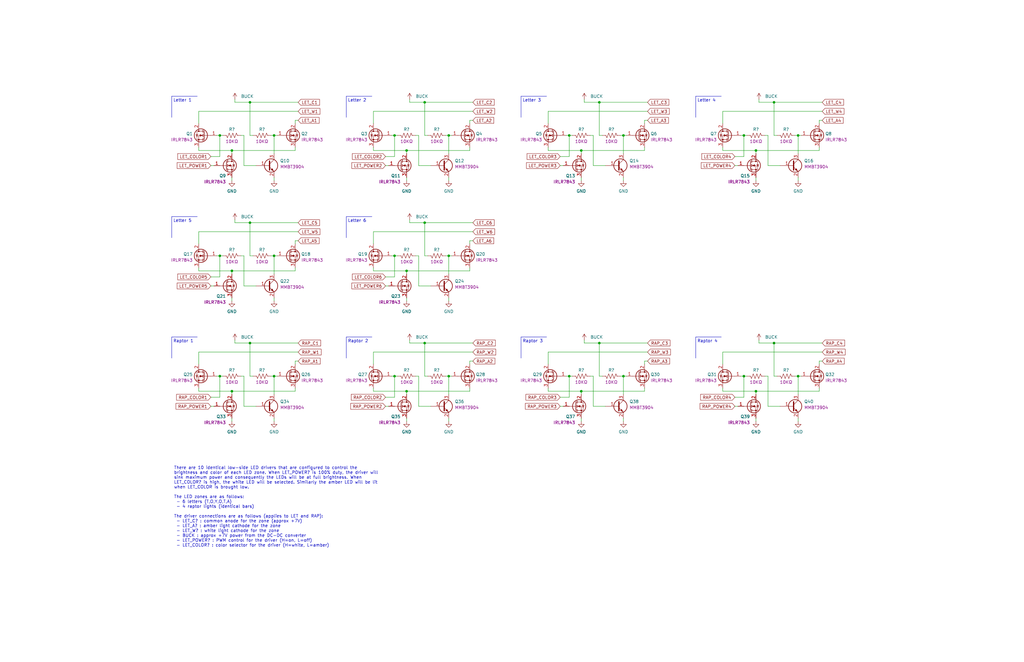
<source format=kicad_sch>
(kicad_sch (version 20230121) (generator eeschema)
  (paper "B")
  (junction (at 245.11 63.5))
  (junction (at 115.57 158.75))
  (junction (at 171.45 114.3))
  (junction (at 171.45 165.1))
  (junction (at 326.39 43.18))
  (junction (at 97.79 63.5))
  (junction (at 240.03 57.15))
  (junction (at 179.07 93.98))
  (junction (at 252.73 43.18))
  (junction (at 189.23 57.15))
  (junction (at 171.45 63.5))
  (junction (at 92.71 57.15))
  (junction (at 326.39 144.78))
  (junction (at 97.79 114.3))
  (junction (at 166.37 57.15))
  (junction (at 245.11 165.1))
  (junction (at 336.55 158.75))
  (junction (at 92.71 107.95))
  (junction (at 105.41 43.18))
  (junction (at 92.71 158.75))
  (junction (at 115.57 107.95))
  (junction (at 105.41 93.98))
  (junction (at 105.41 144.78))
  (junction (at 179.07 144.78))
  (junction (at 166.37 107.95))
  (junction (at 179.07 43.18))
  (junction (at 262.89 57.15))
  (junction (at 115.57 57.15))
  (junction (at 313.69 57.15))
  (junction (at 313.69 158.75))
  (junction (at 336.55 57.15))
  (junction (at 189.23 107.95))
  (junction (at 189.23 158.75))
  (junction (at 318.77 165.1))
  (junction (at 262.89 158.75))
  (junction (at 97.79 165.1))
  (junction (at 252.73 144.78))
  (junction (at 318.77 63.5))
  (junction (at 166.37 158.75))
  (junction (at 240.03 158.75))
  (wire (pts (xy 326.39 43.18) (xy 326.39 57.15)))
  (wire (pts (xy 166.37 107.95) (xy 166.37 116.84)))
  (wire (pts (xy 304.8 148.59) (xy 304.8 153.67)))
  (wire (pts (xy 318.77 63.5) (xy 304.8 63.5)))
  (polyline (pts (xy 293.37 40.64) (xy 304.165 40.64)))
  (wire (pts (xy 189.23 176.53) (xy 189.23 177.8)))
  (wire (pts (xy 115.57 158.75) (xy 115.57 166.37)))
  (wire (pts (xy 271.78 152.4) (xy 271.78 153.67)))
  (wire (pts (xy 245.11 63.5) (xy 231.14 63.5)))
  (wire (pts (xy 190.5 57.15) (xy 189.23 57.15)))
  (wire (pts (xy 99.06 41.91) (xy 99.06 43.18)))
  (wire (pts (xy 273.05 50.8) (xy 271.78 50.8)))
  (wire (pts (xy 273.05 43.18) (xy 252.73 43.18)))
  (wire (pts (xy 176.53 57.15) (xy 176.53 69.85)))
  (wire (pts (xy 273.05 46.99) (xy 231.14 46.99)))
  (wire (pts (xy 245.11 165.1) (xy 231.14 165.1)))
  (wire (pts (xy 252.73 43.18) (xy 252.73 57.15)))
  (wire (pts (xy 162.56 69.85) (xy 163.83 69.85)))
  (polyline (pts (xy 219.71 142.24) (xy 219.71 151.13)))
  (wire (pts (xy 304.8 62.23) (xy 304.8 63.5)))
  (wire (pts (xy 199.39 144.78) (xy 179.07 144.78)))
  (wire (pts (xy 337.82 158.75) (xy 336.55 158.75)))
  (wire (pts (xy 125.73 97.79) (xy 83.82 97.79)))
  (wire (pts (xy 102.87 158.75) (xy 101.6 158.75)))
  (wire (pts (xy 116.84 107.95) (xy 115.57 107.95)))
  (wire (pts (xy 97.79 125.73) (xy 97.79 127)))
  (wire (pts (xy 318.77 74.93) (xy 318.77 76.2)))
  (wire (pts (xy 124.46 114.3) (xy 124.46 113.03)))
  (wire (pts (xy 106.68 107.95) (xy 105.41 107.95)))
  (wire (pts (xy 157.48 113.03) (xy 157.48 114.3)))
  (wire (pts (xy 273.05 152.4) (xy 271.78 152.4)))
  (wire (pts (xy 125.73 152.4) (xy 124.46 152.4)))
  (wire (pts (xy 106.68 57.15) (xy 105.41 57.15)))
  (wire (pts (xy 92.71 158.75) (xy 92.71 167.64)))
  (wire (pts (xy 336.55 176.53) (xy 336.55 177.8)))
  (wire (pts (xy 318.77 165.1) (xy 304.8 165.1)))
  (wire (pts (xy 336.55 57.15) (xy 336.55 64.77)))
  (wire (pts (xy 254 158.75) (xy 252.73 158.75)))
  (wire (pts (xy 320.04 43.18) (xy 326.39 43.18)))
  (wire (pts (xy 231.14 62.23) (xy 231.14 63.5)))
  (wire (pts (xy 83.82 97.79) (xy 83.82 102.87)))
  (wire (pts (xy 115.57 74.93) (xy 115.57 76.2)))
  (wire (pts (xy 246.38 144.78) (xy 252.73 144.78)))
  (wire (pts (xy 93.98 57.15) (xy 92.71 57.15)))
  (polyline (pts (xy 72.39 142.24) (xy 83.185 142.24)))
  (wire (pts (xy 157.48 46.99) (xy 157.48 52.07)))
  (wire (pts (xy 92.71 116.84) (xy 88.9 116.84)))
  (wire (pts (xy 176.53 57.15) (xy 175.26 57.15)))
  (wire (pts (xy 157.48 163.83) (xy 157.48 165.1)))
  (wire (pts (xy 88.9 69.85) (xy 90.17 69.85)))
  (wire (pts (xy 176.53 107.95) (xy 175.26 107.95)))
  (polyline (pts (xy 293.37 142.24) (xy 293.37 151.13)))
  (wire (pts (xy 105.41 43.18) (xy 105.41 57.15)))
  (wire (pts (xy 172.72 144.78) (xy 179.07 144.78)))
  (wire (pts (xy 327.66 158.75) (xy 326.39 158.75)))
  (wire (pts (xy 165.1 57.15) (xy 166.37 57.15)))
  (wire (pts (xy 171.45 63.5) (xy 157.48 63.5)))
  (wire (pts (xy 313.69 57.15) (xy 313.69 66.04)))
  (wire (pts (xy 172.72 143.51) (xy 172.72 144.78)))
  (wire (pts (xy 83.82 62.23) (xy 83.82 63.5)))
  (wire (pts (xy 264.16 158.75) (xy 262.89 158.75)))
  (wire (pts (xy 91.44 107.95) (xy 92.71 107.95)))
  (polyline (pts (xy 219.71 40.64) (xy 230.505 40.64)))
  (polyline (pts (xy 72.39 40.64) (xy 72.39 49.53)))
  (polyline (pts (xy 72.39 91.44) (xy 83.185 91.44)))
  (wire (pts (xy 199.39 43.18) (xy 179.07 43.18)))
  (wire (pts (xy 328.93 69.85) (xy 323.85 69.85)))
  (wire (pts (xy 190.5 107.95) (xy 189.23 107.95)))
  (polyline (pts (xy 219.71 40.64) (xy 219.71 49.53)))
  (wire (pts (xy 346.71 43.18) (xy 326.39 43.18)))
  (wire (pts (xy 166.37 116.84) (xy 162.56 116.84)))
  (wire (pts (xy 198.12 114.3) (xy 171.45 114.3)))
  (polyline (pts (xy 146.05 40.64) (xy 156.845 40.64)))
  (wire (pts (xy 313.69 66.04) (xy 309.88 66.04)))
  (wire (pts (xy 125.73 144.78) (xy 105.41 144.78)))
  (wire (pts (xy 187.96 107.95) (xy 189.23 107.95)))
  (wire (pts (xy 262.89 57.15) (xy 262.89 64.77)))
  (wire (pts (xy 107.95 120.65) (xy 102.87 120.65)))
  (wire (pts (xy 199.39 101.6) (xy 198.12 101.6)))
  (wire (pts (xy 181.61 69.85) (xy 176.53 69.85)))
  (wire (pts (xy 116.84 57.15) (xy 115.57 57.15)))
  (wire (pts (xy 246.38 143.51) (xy 246.38 144.78)))
  (wire (pts (xy 166.37 57.15) (xy 166.37 66.04)))
  (wire (pts (xy 271.78 63.5) (xy 271.78 62.23)))
  (wire (pts (xy 187.96 158.75) (xy 189.23 158.75)))
  (wire (pts (xy 273.05 148.59) (xy 231.14 148.59)))
  (wire (pts (xy 124.46 152.4) (xy 124.46 153.67)))
  (wire (pts (xy 246.38 43.18) (xy 252.73 43.18)))
  (wire (pts (xy 165.1 158.75) (xy 166.37 158.75)))
  (wire (pts (xy 171.45 165.1) (xy 157.48 165.1)))
  (wire (pts (xy 105.41 93.98) (xy 105.41 107.95)))
  (wire (pts (xy 92.71 66.04) (xy 88.9 66.04)))
  (wire (pts (xy 180.34 158.75) (xy 179.07 158.75)))
  (wire (pts (xy 124.46 63.5) (xy 97.79 63.5)))
  (wire (pts (xy 181.61 171.45) (xy 176.53 171.45)))
  (wire (pts (xy 165.1 107.95) (xy 166.37 107.95)))
  (wire (pts (xy 198.12 63.5) (xy 171.45 63.5)))
  (wire (pts (xy 167.64 158.75) (xy 166.37 158.75)))
  (wire (pts (xy 231.14 163.83) (xy 231.14 165.1)))
  (wire (pts (xy 171.45 63.5) (xy 171.45 64.77)))
  (wire (pts (xy 124.46 114.3) (xy 97.79 114.3)))
  (polyline (pts (xy 146.05 142.24) (xy 146.05 151.13)))
  (wire (pts (xy 171.45 176.53) (xy 171.45 177.8)))
  (wire (pts (xy 114.3 158.75) (xy 115.57 158.75)))
  (wire (pts (xy 246.38 41.91) (xy 246.38 43.18)))
  (wire (pts (xy 99.06 43.18) (xy 105.41 43.18)))
  (wire (pts (xy 245.11 176.53) (xy 245.11 177.8)))
  (wire (pts (xy 91.44 158.75) (xy 92.71 158.75)))
  (wire (pts (xy 97.79 74.93) (xy 97.79 76.2)))
  (wire (pts (xy 97.79 165.1) (xy 83.82 165.1)))
  (wire (pts (xy 198.12 152.4) (xy 198.12 153.67)))
  (wire (pts (xy 83.82 113.03) (xy 83.82 114.3)))
  (wire (pts (xy 271.78 63.5) (xy 245.11 63.5)))
  (wire (pts (xy 125.73 50.8) (xy 124.46 50.8)))
  (wire (pts (xy 346.71 50.8) (xy 345.44 50.8)))
  (polyline (pts (xy 72.39 142.24) (xy 72.39 151.13)))
  (wire (pts (xy 346.71 144.78) (xy 326.39 144.78)))
  (wire (pts (xy 92.71 57.15) (xy 92.71 66.04)))
  (wire (pts (xy 176.53 107.95) (xy 176.53 120.65)))
  (polyline (pts (xy 293.37 40.64) (xy 293.37 49.53)))
  (wire (pts (xy 345.44 165.1) (xy 345.44 163.83)))
  (wire (pts (xy 190.5 158.75) (xy 189.23 158.75)))
  (wire (pts (xy 312.42 57.15) (xy 313.69 57.15)))
  (wire (pts (xy 345.44 152.4) (xy 345.44 153.67)))
  (wire (pts (xy 309.88 171.45) (xy 311.15 171.45)))
  (wire (pts (xy 181.61 120.65) (xy 176.53 120.65)))
  (wire (pts (xy 250.19 57.15) (xy 250.19 69.85)))
  (wire (pts (xy 162.56 171.45) (xy 163.83 171.45)))
  (wire (pts (xy 102.87 57.15) (xy 101.6 57.15)))
  (wire (pts (xy 198.12 165.1) (xy 171.45 165.1)))
  (wire (pts (xy 241.3 158.75) (xy 240.03 158.75)))
  (wire (pts (xy 125.73 148.59) (xy 83.82 148.59)))
  (wire (pts (xy 264.16 57.15) (xy 262.89 57.15)))
  (wire (pts (xy 346.71 46.99) (xy 304.8 46.99)))
  (polyline (pts (xy 219.71 142.24) (xy 230.505 142.24)))
  (wire (pts (xy 125.73 46.99) (xy 83.82 46.99)))
  (polyline (pts (xy 146.05 142.24) (xy 156.845 142.24)))
  (wire (pts (xy 313.69 158.75) (xy 313.69 167.64)))
  (wire (pts (xy 262.89 176.53) (xy 262.89 177.8)))
  (wire (pts (xy 92.71 167.64) (xy 88.9 167.64)))
  (wire (pts (xy 323.85 158.75) (xy 323.85 171.45)))
  (wire (pts (xy 198.12 101.6) (xy 198.12 102.87)))
  (wire (pts (xy 107.95 69.85) (xy 102.87 69.85)))
  (wire (pts (xy 83.82 148.59) (xy 83.82 153.67)))
  (wire (pts (xy 320.04 144.78) (xy 326.39 144.78)))
  (wire (pts (xy 345.44 165.1) (xy 318.77 165.1)))
  (wire (pts (xy 97.79 63.5) (xy 97.79 64.77)))
  (wire (pts (xy 238.76 57.15) (xy 240.03 57.15)))
  (wire (pts (xy 124.46 63.5) (xy 124.46 62.23)))
  (wire (pts (xy 304.8 163.83) (xy 304.8 165.1)))
  (wire (pts (xy 179.07 93.98) (xy 179.07 107.95)))
  (wire (pts (xy 252.73 144.78) (xy 252.73 158.75)))
  (wire (pts (xy 261.62 57.15) (xy 262.89 57.15)))
  (wire (pts (xy 337.82 57.15) (xy 336.55 57.15)))
  (wire (pts (xy 93.98 107.95) (xy 92.71 107.95)))
  (wire (pts (xy 199.39 46.99) (xy 157.48 46.99)))
  (wire (pts (xy 189.23 57.15) (xy 189.23 64.77)))
  (wire (pts (xy 271.78 50.8) (xy 271.78 52.07)))
  (wire (pts (xy 262.89 158.75) (xy 262.89 166.37)))
  (wire (pts (xy 189.23 74.93) (xy 189.23 76.2)))
  (wire (pts (xy 88.9 120.65) (xy 90.17 120.65)))
  (wire (pts (xy 346.71 148.59) (xy 304.8 148.59)))
  (polyline (pts (xy 146.05 40.64) (xy 146.05 49.53)))
  (wire (pts (xy 99.06 93.98) (xy 105.41 93.98)))
  (wire (pts (xy 271.78 165.1) (xy 245.11 165.1)))
  (wire (pts (xy 304.8 46.99) (xy 304.8 52.07)))
  (wire (pts (xy 99.06 144.78) (xy 105.41 144.78)))
  (wire (pts (xy 236.22 171.45) (xy 237.49 171.45)))
  (wire (pts (xy 124.46 50.8) (xy 124.46 52.07)))
  (wire (pts (xy 180.34 107.95) (xy 179.07 107.95)))
  (wire (pts (xy 179.07 144.78) (xy 179.07 158.75)))
  (wire (pts (xy 250.19 158.75) (xy 250.19 171.45)))
  (wire (pts (xy 335.28 57.15) (xy 336.55 57.15)))
  (wire (pts (xy 124.46 101.6) (xy 124.46 102.87)))
  (wire (pts (xy 162.56 120.65) (xy 163.83 120.65)))
  (wire (pts (xy 166.37 66.04) (xy 162.56 66.04)))
  (wire (pts (xy 167.64 107.95) (xy 166.37 107.95)))
  (wire (pts (xy 250.19 57.15) (xy 248.92 57.15)))
  (wire (pts (xy 318.77 176.53) (xy 318.77 177.8)))
  (wire (pts (xy 309.88 69.85) (xy 311.15 69.85)))
  (wire (pts (xy 172.72 93.98) (xy 179.07 93.98)))
  (wire (pts (xy 166.37 158.75) (xy 166.37 167.64)))
  (wire (pts (xy 125.73 43.18) (xy 105.41 43.18)))
  (wire (pts (xy 199.39 93.98) (xy 179.07 93.98)))
  (wire (pts (xy 314.96 57.15) (xy 313.69 57.15)))
  (wire (pts (xy 115.57 107.95) (xy 115.57 115.57)))
  (wire (pts (xy 97.79 176.53) (xy 97.79 177.8)))
  (wire (pts (xy 167.64 57.15) (xy 166.37 57.15)))
  (wire (pts (xy 176.53 158.75) (xy 175.26 158.75)))
  (wire (pts (xy 171.45 114.3) (xy 157.48 114.3)))
  (wire (pts (xy 346.71 152.4) (xy 345.44 152.4)))
  (wire (pts (xy 198.12 63.5) (xy 198.12 62.23)))
  (wire (pts (xy 189.23 158.75) (xy 189.23 166.37)))
  (wire (pts (xy 171.45 74.93) (xy 171.45 76.2)))
  (wire (pts (xy 91.44 57.15) (xy 92.71 57.15)))
  (wire (pts (xy 250.19 158.75) (xy 248.92 158.75)))
  (wire (pts (xy 345.44 63.5) (xy 345.44 62.23)))
  (wire (pts (xy 199.39 148.59) (xy 157.48 148.59)))
  (wire (pts (xy 97.79 63.5) (xy 83.82 63.5)))
  (wire (pts (xy 124.46 165.1) (xy 97.79 165.1)))
  (wire (pts (xy 171.45 165.1) (xy 171.45 166.37)))
  (wire (pts (xy 199.39 97.79) (xy 157.48 97.79)))
  (wire (pts (xy 99.06 143.51) (xy 99.06 144.78)))
  (wire (pts (xy 326.39 144.78) (xy 326.39 158.75)))
  (wire (pts (xy 176.53 158.75) (xy 176.53 171.45)))
  (wire (pts (xy 313.69 167.64) (xy 309.88 167.64)))
  (wire (pts (xy 245.11 63.5) (xy 245.11 64.77)))
  (wire (pts (xy 271.78 165.1) (xy 271.78 163.83)))
  (wire (pts (xy 336.55 74.93) (xy 336.55 76.2)))
  (wire (pts (xy 171.45 114.3) (xy 171.45 115.57)))
  (wire (pts (xy 171.45 125.73) (xy 171.45 127)))
  (wire (pts (xy 115.57 57.15) (xy 115.57 64.77)))
  (wire (pts (xy 172.72 43.18) (xy 179.07 43.18)))
  (wire (pts (xy 240.03 167.64) (xy 236.22 167.64)))
  (wire (pts (xy 102.87 107.95) (xy 102.87 120.65)))
  (wire (pts (xy 106.68 158.75) (xy 105.41 158.75)))
  (wire (pts (xy 125.73 101.6) (xy 124.46 101.6)))
  (wire (pts (xy 199.39 50.8) (xy 198.12 50.8)))
  (wire (pts (xy 320.04 41.91) (xy 320.04 43.18)))
  (wire (pts (xy 93.98 158.75) (xy 92.71 158.75)))
  (wire (pts (xy 231.14 148.59) (xy 231.14 153.67)))
  (wire (pts (xy 97.79 165.1) (xy 97.79 166.37)))
  (wire (pts (xy 97.79 114.3) (xy 97.79 115.57)))
  (wire (pts (xy 198.12 50.8) (xy 198.12 52.07)))
  (wire (pts (xy 179.07 43.18) (xy 179.07 57.15)))
  (wire (pts (xy 314.96 158.75) (xy 313.69 158.75)))
  (wire (pts (xy 273.05 144.78) (xy 252.73 144.78)))
  (wire (pts (xy 255.27 171.45) (xy 250.19 171.45)))
  (wire (pts (xy 187.96 57.15) (xy 189.23 57.15)))
  (wire (pts (xy 97.79 114.3) (xy 83.82 114.3)))
  (wire (pts (xy 88.9 171.45) (xy 90.17 171.45)))
  (wire (pts (xy 318.77 165.1) (xy 318.77 166.37)))
  (wire (pts (xy 240.03 66.04) (xy 236.22 66.04)))
  (wire (pts (xy 336.55 158.75) (xy 336.55 166.37)))
  (wire (pts (xy 105.41 144.78) (xy 105.41 158.75)))
  (wire (pts (xy 83.82 46.99) (xy 83.82 52.07)))
  (polyline (pts (xy 72.39 91.44) (xy 72.39 100.33)))
  (polyline (pts (xy 293.37 142.24) (xy 304.165 142.24)))
  (polyline (pts (xy 146.05 91.44) (xy 156.845 91.44)))
  (polyline (pts (xy 72.39 40.64) (xy 83.185 40.64)))
  (wire (pts (xy 180.34 57.15) (xy 179.07 57.15)))
  (polyline (pts (xy 146.05 91.44) (xy 146.05 100.33)))
  (wire (pts (xy 114.3 107.95) (xy 115.57 107.95)))
  (wire (pts (xy 262.89 74.93) (xy 262.89 76.2)))
  (wire (pts (xy 172.72 92.71) (xy 172.72 93.98)))
  (wire (pts (xy 102.87 107.95) (xy 101.6 107.95)))
  (wire (pts (xy 102.87 57.15) (xy 102.87 69.85)))
  (wire (pts (xy 318.77 63.5) (xy 318.77 64.77)))
  (wire (pts (xy 335.28 158.75) (xy 336.55 158.75)))
  (wire (pts (xy 83.82 163.83) (xy 83.82 165.1)))
  (wire (pts (xy 240.03 57.15) (xy 240.03 66.04)))
  (wire (pts (xy 236.22 69.85) (xy 237.49 69.85)))
  (wire (pts (xy 199.39 152.4) (xy 198.12 152.4)))
  (wire (pts (xy 345.44 50.8) (xy 345.44 52.07)))
  (wire (pts (xy 261.62 158.75) (xy 262.89 158.75)))
  (wire (pts (xy 198.12 165.1) (xy 198.12 163.83)))
  (wire (pts (xy 254 57.15) (xy 252.73 57.15)))
  (wire (pts (xy 240.03 158.75) (xy 240.03 167.64)))
  (wire (pts (xy 172.72 41.91) (xy 172.72 43.18)))
  (wire (pts (xy 166.37 167.64) (xy 162.56 167.64)))
  (wire (pts (xy 238.76 158.75) (xy 240.03 158.75)))
  (wire (pts (xy 116.84 158.75) (xy 115.57 158.75)))
  (wire (pts (xy 255.27 69.85) (xy 250.19 69.85)))
  (wire (pts (xy 320.04 143.51) (xy 320.04 144.78)))
  (wire (pts (xy 114.3 57.15) (xy 115.57 57.15)))
  (wire (pts (xy 157.48 62.23) (xy 157.48 63.5)))
  (wire (pts (xy 115.57 176.53) (xy 115.57 177.8)))
  (wire (pts (xy 99.06 92.71) (xy 99.06 93.98)))
  (wire (pts (xy 345.44 63.5) (xy 318.77 63.5)))
  (wire (pts (xy 189.23 107.95) (xy 189.23 115.57)))
  (wire (pts (xy 125.73 93.98) (xy 105.41 93.98)))
  (wire (pts (xy 124.46 165.1) (xy 124.46 163.83)))
  (wire (pts (xy 157.48 148.59) (xy 157.48 153.67)))
  (wire (pts (xy 92.71 107.95) (xy 92.71 116.84)))
  (wire (pts (xy 323.85 158.75) (xy 322.58 158.75)))
  (wire (pts (xy 157.48 97.79) (xy 157.48 102.87)))
  (wire (pts (xy 115.57 125.73) (xy 115.57 127)))
  (wire (pts (xy 312.42 158.75) (xy 313.69 158.75)))
  (wire (pts (xy 245.11 165.1) (xy 245.11 166.37)))
  (wire (pts (xy 189.23 125.73) (xy 189.23 127)))
  (wire (pts (xy 231.14 46.99) (xy 231.14 52.07)))
  (wire (pts (xy 241.3 57.15) (xy 240.03 57.15)))
  (wire (pts (xy 198.12 114.3) (xy 198.12 113.03)))
  (wire (pts (xy 323.85 57.15) (xy 323.85 69.85)))
  (wire (pts (xy 107.95 171.45) (xy 102.87 171.45)))
  (wire (pts (xy 328.93 171.45) (xy 323.85 171.45)))
  (wire (pts (xy 245.11 74.93) (xy 245.11 76.2)))
  (wire (pts (xy 102.87 158.75) (xy 102.87 171.45)))
  (wire (pts (xy 323.85 57.15) (xy 322.58 57.15)))
  (wire (pts (xy 327.66 57.15) (xy 326.39 57.15)))
  (text_box "There are 10 identical low-side LED drivers that are configured to control the brightness and color of each LED zone. When LET_POWER? is 100% duty, the driver will sink maximum power and consequently the LEDs will be at full brightness. When LET_COLOR? is high, the white LED will be selected. Similarly the amber LED will be lit when LET_COLOR is brought low.\n\nThe LED zones are as follows:\n - 6 letters (T,O,Y,O,T,A)\n - 4 raptor lights (identical bars)\n\nThe driver connections are as follows (applies to LET and RAP):\n - LET_C? : common anode for the zone (approx +7V)\n - LET_A? : amber light cathode for the zone\n - LET_W? : white light cathode for the zone\n - BUCK : approx +7V power from the DC-DC converter\n - LET_POWER? : PWM control for the driver (H=on, L=off)\n - LET_COLOR? : color selector for the driver (H=white, L=amber)\n\n" (at 72.39 195.58 0) (size 88.9 46.99) (stroke (width -0.0001)) (effects (font (size 1.27 1.27)) (justify left top)))
  (text "Letter 3" (at 220.345 43.18 0) (effects (font (size 1.27 1.27)) (justify left bottom)))
  (text "Raptor 2\n" (at 146.685 144.78 0) (effects (font (size 1.27 1.27)) (justify left bottom)))
  (text "Letter 4" (at 294.005 43.18 0) (effects (font (size 1.27 1.27)) (justify left bottom)))
  (text "Raptor 4" (at 294.005 144.78 0) (effects (font (size 1.27 1.27)) (justify left bottom)))
  (text "Letter 5\n" (at 73.025 93.98 0) (effects (font (size 1.27 1.27)) (justify left bottom)))
  (text "Letter 6\n" (at 146.685 93.98 0) (effects (font (size 1.27 1.27)) (justify left bottom)))
  (text "Letter 1\n" (at 73.025 43.18 0) (effects (font (size 1.27 1.27)) (justify left bottom)))
  (text "Raptor 1\n" (at 73.025 144.78 0) (effects (font (size 1.27 1.27)) (justify left bottom)))
  (text "Letter 2\n" (at 146.685 43.18 0) (effects (font (size 1.27 1.27)) (justify left bottom)))
  (text "Raptor 3" (at 220.345 144.78 0) (effects (font (size 1.27 1.27)) (justify left bottom)))
  (global_label "RAP_A4" (shape input) (at 346.71 152.4 0) (property "Intersheetrefs" "${INTERSHEET_REFS}" (effects hide)))
  (global_label "LET_C4" (shape input) (at 346.71 43.18 0) (property "Intersheetrefs" "${INTERSHEET_REFS}" (effects hide)))
  (global_label "LET_POWER6" (shape input) (at 162.56 120.65 180) (property "Intersheetrefs" "${INTERSHEET_REFS}" (effects hide)))
  (global_label "RAP_COLOR1" (shape input) (at 88.9 167.64 180) (property "Intersheetrefs" "${INTERSHEET_REFS}" (effects hide)))
  (global_label "RAP_POWER3" (shape input) (at 236.22 171.45 180) (property "Intersheetrefs" "${INTERSHEET_REFS}" (effects hide)))
  (global_label "RAP_POWER1" (shape input) (at 88.9 171.45 180) (property "Intersheetrefs" "${INTERSHEET_REFS}" (effects hide)))
  (global_label "LET_C3" (shape input) (at 273.05 43.18 0) (property "Intersheetrefs" "${INTERSHEET_REFS}" (effects hide)))
  (global_label "RAP_COLOR2" (shape input) (at 162.56 167.64 180) (property "Intersheetrefs" "${INTERSHEET_REFS}" (effects hide)))
  (global_label "LET_A6" (shape input) (at 199.39 101.6 0) (property "Intersheetrefs" "${INTERSHEET_REFS}" (effects hide)))
  (global_label "LET_POWER5" (shape input) (at 88.9 120.65 180) (property "Intersheetrefs" "${INTERSHEET_REFS}" (effects hide)))
  (global_label "LET_COLOR4" (shape input) (at 309.88 66.04 180) (property "Intersheetrefs" "${INTERSHEET_REFS}" (effects hide)))
  (global_label "RAP_A1" (shape input) (at 125.73 152.4 0) (property "Intersheetrefs" "${INTERSHEET_REFS}" (effects hide)))
  (global_label "LET_W6" (shape input) (at 199.39 97.79 0) (property "Intersheetrefs" "${INTERSHEET_REFS}" (effects hide)))
  (global_label "RAP_C1" (shape input) (at 125.73 144.78 0) (property "Intersheetrefs" "${INTERSHEET_REFS}" (effects hide)))
  (global_label "RAP_C3" (shape input) (at 273.05 144.78 0) (property "Intersheetrefs" "${INTERSHEET_REFS}" (effects hide)))
  (global_label "LET_C6" (shape input) (at 199.39 93.98 0) (property "Intersheetrefs" "${INTERSHEET_REFS}" (effects hide)))
  (global_label "LET_W4" (shape input) (at 346.71 46.99 0) (property "Intersheetrefs" "${INTERSHEET_REFS}" (effects hide)))
  (global_label "LET_POWER1" (shape input) (at 88.9 69.85 180) (property "Intersheetrefs" "${INTERSHEET_REFS}" (effects hide)))
  (global_label "LET_COLOR2" (shape input) (at 162.56 66.04 180) (property "Intersheetrefs" "${INTERSHEET_REFS}" (effects hide)))
  (global_label "RAP_W2" (shape input) (at 199.39 148.59 0) (property "Intersheetrefs" "${INTERSHEET_REFS}" (effects hide)))
  (global_label "LET_C1" (shape input) (at 125.73 43.18 0) (property "Intersheetrefs" "${INTERSHEET_REFS}" (effects hide)))
  (global_label "LET_POWER2" (shape input) (at 162.56 69.85 180) (property "Intersheetrefs" "${INTERSHEET_REFS}" (effects hide)))
  (global_label "LET_C2" (shape input) (at 199.39 43.18 0) (property "Intersheetrefs" "${INTERSHEET_REFS}" (effects hide)))
  (global_label "LET_W5" (shape input) (at 125.73 97.79 0) (property "Intersheetrefs" "${INTERSHEET_REFS}" (effects hide)))
  (global_label "LET_W1" (shape input) (at 125.73 46.99 0) (property "Intersheetrefs" "${INTERSHEET_REFS}" (effects hide)))
  (global_label "LET_COLOR1" (shape input) (at 88.9 66.04 180) (property "Intersheetrefs" "${INTERSHEET_REFS}" (effects hide)))
  (global_label "LET_A5" (shape input) (at 125.73 101.6 0) (property "Intersheetrefs" "${INTERSHEET_REFS}" (effects hide)))
  (global_label "LET_A4" (shape input) (at 346.71 50.8 0) (property "Intersheetrefs" "${INTERSHEET_REFS}" (effects hide)))
  (global_label "RAP_POWER4" (shape input) (at 309.88 171.45 180) (property "Intersheetrefs" "${INTERSHEET_REFS}" (effects hide)))
  (global_label "RAP_C4" (shape input) (at 346.71 144.78 0) (property "Intersheetrefs" "${INTERSHEET_REFS}" (effects hide)))
  (global_label "LET_A2" (shape input) (at 199.39 50.8 0) (property "Intersheetrefs" "${INTERSHEET_REFS}" (effects hide)))
  (global_label "LET_COLOR6" (shape input) (at 162.56 116.84 180) (property "Intersheetrefs" "${INTERSHEET_REFS}" (effects hide)))
  (global_label "LET_COLOR5" (shape input) (at 88.9 116.84 180) (property "Intersheetrefs" "${INTERSHEET_REFS}" (effects hide)))
  (global_label "LET_W3" (shape input) (at 273.05 46.99 0) (property "Intersheetrefs" "${INTERSHEET_REFS}" (effects hide)))
  (global_label "RAP_COLOR4" (shape input) (at 309.88 167.64 180) (property "Intersheetrefs" "${INTERSHEET_REFS}" (effects hide)))
  (global_label "LET_A1" (shape input) (at 125.73 50.8 0) (property "Intersheetrefs" "${INTERSHEET_REFS}" (effects hide)))
  (global_label "LET_A3" (shape input) (at 273.05 50.8 0) (property "Intersheetrefs" "${INTERSHEET_REFS}" (effects hide)))
  (global_label "RAP_C2" (shape input) (at 199.39 144.78 0) (property "Intersheetrefs" "${INTERSHEET_REFS}" (effects hide)))
  (global_label "RAP_COLOR3" (shape input) (at 236.22 167.64 180) (property "Intersheetrefs" "${INTERSHEET_REFS}" (effects hide)))
  (global_label "RAP_W3" (shape input) (at 273.05 148.59 0) (property "Intersheetrefs" "${INTERSHEET_REFS}" (effects hide)))
  (global_label "RAP_W4" (shape input) (at 346.71 148.59 0) (property "Intersheetrefs" "${INTERSHEET_REFS}" (effects hide)))
  (global_label "LET_COLOR3" (shape input) (at 236.22 66.04 180) (property "Intersheetrefs" "${INTERSHEET_REFS}" (effects hide)))
  (global_label "RAP_POWER2" (shape input) (at 162.56 171.45 180) (property "Intersheetrefs" "${INTERSHEET_REFS}" (effects hide)))
  (global_label "RAP_A3" (shape input) (at 273.05 152.4 0) (property "Intersheetrefs" "${INTERSHEET_REFS}" (effects hide)))
  (global_label "LET_W2" (shape input) (at 199.39 46.99 0) (property "Intersheetrefs" "${INTERSHEET_REFS}" (effects hide)))
  (global_label "LET_C5" (shape input) (at 125.73 93.98 0) (property "Intersheetrefs" "${INTERSHEET_REFS}" (effects hide)))
  (global_label "LET_POWER3" (shape input) (at 236.22 69.85 180) (property "Intersheetrefs" "${INTERSHEET_REFS}" (effects hide)))
  (global_label "LET_POWER4" (shape input) (at 309.88 69.85 180) (property "Intersheetrefs" "${INTERSHEET_REFS}" (effects hide)))
  (global_label "RAP_W1" (shape input) (at 125.73 148.59 0) (property "Intersheetrefs" "${INTERSHEET_REFS}" (effects hide)))
  (global_label "RAP_A2" (shape input) (at 199.39 152.4 0) (property "Intersheetrefs" "${INTERSHEET_REFS}" (effects hide)))
  (symbol (lib_id "Transistor_BJT:MMBT3904") (at 186.69 69.85 0) (unit 1)
    (property "Reference" "Q12" (at 191.77 68.58 0) (effects (justify left bottom)))
    (property "Value" "MMBT3904" (effects hide))
    (property "Footprint" "Package_TO_SOT_SMD:SOT-23" (effects hide))
    (property "Datasheet" "https://www.onsemi.com/pdf/datasheet/pzt3904-d.pdf" (effects hide))
    (property "MPN" "MMBT3904" (effects hide))
    (property "Unit Price" "0.1" (effects hide))
    (property "Supplier" "https://www.digikey.com/en/products/detail/anbon-semiconductor-int-l-limited/MMBT3904/17284363" (effects hide))
    (property "id" "MMBT3904" (at 191.77 71.12 0) (effects (justify left bottom)))
    (property "Description" "Bipolar (BJT) Transistor NPN 40 V 200 mA 250MHz 300 mW Surface Mount SOT-23" (effects hide))
    (instances (project "FIC Board" (path "" (reference "Q12") (unit 1)) (path "" (reference "Q?") (unit 1))))
  )
  (symbol (lib_id "FIC Board-libraries:BUCK") (at 99.06 143.51 0) (unit 1) (in_bom no) (on_board no)
    (property "Reference" "#PWR054" (effects hide))
    (property "Value" "BUCK" (at 101.6 142.24 0) (effects (justify left)))
    (instances (project "FIC Board" (path "" (reference "#PWR054") (unit 1)) (path "" (reference "#PWR066") (unit 1))))
  )
  (symbol (lib_id "Transistor_BJT:MMBT3904") (at 260.35 69.85 0) (unit 1)
    (property "Reference" "Q14" (at 265.43 68.58 0) (effects (justify left bottom)))
    (property "Value" "MMBT3904" (effects hide))
    (property "Footprint" "Package_TO_SOT_SMD:SOT-23" (effects hide))
    (property "Datasheet" "https://www.onsemi.com/pdf/datasheet/pzt3904-d.pdf" (effects hide))
    (property "MPN" "MMBT3904" (effects hide))
    (property "Unit Price" "0.1" (effects hide))
    (property "Supplier" "https://www.digikey.com/en/products/detail/anbon-semiconductor-int-l-limited/MMBT3904/17284363" (effects hide))
    (property "id" "MMBT3904" (at 265.43 71.12 0) (effects (justify left bottom)))
    (property "Description" "Bipolar (BJT) Transistor NPN 40 V 200 mA 250MHz 300 mW Surface Mount SOT-23" (effects hide))
    (instances (project "FIC Board" (path "" (reference "Q14") (unit 1)) (path "" (reference "Q?") (unit 1))))
  )
  (symbol (lib_id "power:GND") (at 245.11 177.8 0) (mirror y) (unit 1)
    (property "Reference" "#PWR032" (effects hide))
    (property "Value" "GND" (at 245.11 182.245 0))
    (instances (project "FIC Board" (path "" (reference "#PWR032") (unit 1)) (path "" (reference "#PWR?") (unit 1))))
  )
  (symbol (lib_id "asymbols:IRLR7843") (at 318.77 69.85 0) (unit 1)
    (property "Reference" "Q15" (at 316.23 74.93 0) (effects (justify right bottom)))
    (property "Value" "IRLR7843" (effects hide))
    (property "Footprint" "Package_TO_SOT_SMD:TO-252-2" (effects hide))
    (property "Datasheet" "https://www.infineon.com/dgdl/irlr7843pbf.pdf?fileId=5546d462533600a40153566de53526d8" (effects hide))
    (property "MPN" "IRLR7843TRPBF" (effects hide))
    (property "Unit Price" "1.46" (effects hide))
    (property "Supplier" "https://www.digikey.com/en/products/detail/infineon-technologies/IRLR7843TRPBF/811415?s=N4IgTCBcDaIJICUAyCDsAOALAZgCoIAUAhAMRAF0BfIA" (effects hide))
    (property "id" "IRLR7843" (at 316.23 77.47 0) (effects (justify right bottom)))
    (property "Description" "N-Channel 30 V 161A (Tc) 140W (Tc) Surface Mount TO-252AA (DPAK)" (effects hide))
    (instances (project "FIC Board" (path "" (reference "Q15") (unit 1)) (path "" (reference "Q?") (unit 1))))
  )
  (symbol (lib_id "power:GND") (at 245.11 76.2 0) (mirror y) (unit 1)
    (property "Reference" "#PWR020" (effects hide))
    (property "Value" "GND" (at 245.11 80.645 0))
    (instances (project "FIC Board" (path "" (reference "#PWR020") (unit 1)) (path "" (reference "#PWR?") (unit 1))))
  )
  (symbol (lib_id "power:GND") (at 262.89 76.2 0) (mirror y) (unit 1)
    (property "Reference" "#PWR021" (effects hide))
    (property "Value" "GND" (at 262.89 80.645 0))
    (instances (project "FIC Board" (path "" (reference "#PWR021") (unit 1)) (path "" (reference "#PWR?") (unit 1))))
  )
  (symbol (lib_id "asymbols:IRLR7843") (at 245.11 69.85 0) (unit 1)
    (property "Reference" "Q13" (at 242.57 74.93 0) (effects (justify right bottom)))
    (property "Value" "IRLR7843" (effects hide))
    (property "Footprint" "Package_TO_SOT_SMD:TO-252-2" (effects hide))
    (property "Datasheet" "https://www.infineon.com/dgdl/irlr7843pbf.pdf?fileId=5546d462533600a40153566de53526d8" (effects hide))
    (property "MPN" "IRLR7843TRPBF" (effects hide))
    (property "Unit Price" "1.46" (effects hide))
    (property "Supplier" "https://www.digikey.com/en/products/detail/infineon-technologies/IRLR7843TRPBF/811415?s=N4IgTCBcDaIJICUAyCDsAOALAZgCoIAUAhAMRAF0BfIA" (effects hide))
    (property "id" "IRLR7843" (at 242.57 77.47 0) (effects (justify right bottom)))
    (property "Description" "N-Channel 30 V 161A (Tc) 140W (Tc) Surface Mount TO-252AA (DPAK)" (effects hide))
    (instances (project "FIC Board" (path "" (reference "Q13") (unit 1)) (path "" (reference "Q?") (unit 1))))
  )
  (symbol (lib_id "Device:R_US") (at 171.45 107.95 90) (mirror x) (unit 1)
    (property "Reference" "R?" (at 171.45 105.41 90))
    (property "Value" "10KΩ 0603" (effects hide))
    (property "Footprint" "Resistor_SMD:R_0603_1608Metric" (effects hide))
    (property "Datasheet" "https://www.seielect.com/catalog/sei-rncp.pdf" (effects hide))
    (property "Manufacturer Product Number" "RNCP0603FTD10K0" (effects hide))
    (property "Unit Price" "0.10" (effects hide))
    (property "Description" "10 kOhms ±1% 0.125W, 1/8W Chip Resistor 0603 (1608 Metric) Anti-Sulfur Thin Film" (effects hide))
    (property "id" "10KΩ" (at 171.45 110.49 90))
    (property "MPN" "RNCP0603FTD10K0" (effects hide))
    (property "Supplier" "https://www.digikey.com/en/products/detail/stackpole-electronics-inc/RNCP0603FTD10K0/2240139?s=N4IgTCBcDaIEoDkDCAFADANjQZgGIBUARARjQGk0QBdAXyA" (effects hide))
    (instances (project "FIC Board" (path "" (reference "R?") (unit 1)) (path "" (reference "R48") (unit 1)) (path "" (reference "R?") (unit 1))))
  )
  (symbol (lib_id "Transistor_BJT:MMBT3904") (at 113.03 69.85 0) (unit 1)
    (property "Reference" "Q10" (at 118.11 68.58 0) (effects (justify left bottom)))
    (property "Value" "MMBT3904" (effects hide))
    (property "Footprint" "Package_TO_SOT_SMD:SOT-23" (effects hide))
    (property "Datasheet" "https://www.onsemi.com/pdf/datasheet/pzt3904-d.pdf" (effects hide))
    (property "MPN" "MMBT3904" (effects hide))
    (property "Unit Price" "0.1" (effects hide))
    (property "Supplier" "https://www.digikey.com/en/products/detail/anbon-semiconductor-int-l-limited/MMBT3904/17284363" (effects hide))
    (property "id" "MMBT3904" (at 118.11 71.12 0) (effects (justify left bottom)))
    (property "Description" "Bipolar (BJT) Transistor NPN 40 V 200 mA 250MHz 300 mW Surface Mount SOT-23" (effects hide))
    (instances (project "FIC Board" (path "" (reference "Q10") (unit 1)) (path "" (reference "Q?") (unit 1))))
  )
  (symbol (lib_id "Transistor_BJT:MMBT3904") (at 334.01 171.45 0) (unit 1)
    (property "Reference" "Q40" (at 339.09 170.18 0) (effects (justify left bottom)))
    (property "Value" "MMBT3904" (effects hide))
    (property "Footprint" "Package_TO_SOT_SMD:SOT-23" (effects hide))
    (property "Datasheet" "https://www.onsemi.com/pdf/datasheet/pzt3904-d.pdf" (effects hide))
    (property "MPN" "MMBT3904" (effects hide))
    (property "Unit Price" "0.1" (effects hide))
    (property "Supplier" "https://www.digikey.com/en/products/detail/anbon-semiconductor-int-l-limited/MMBT3904/17284363" (effects hide))
    (property "id" "MMBT3904" (at 339.09 172.72 0) (effects (justify left bottom)))
    (property "Description" "Bipolar (BJT) Transistor NPN 40 V 200 mA 250MHz 300 mW Surface Mount SOT-23" (effects hide))
    (instances (project "FIC Board" (path "" (reference "Q40") (unit 1)) (path "" (reference "Q?") (unit 1))))
  )
  (symbol (lib_id "power:GND") (at 115.57 127 0) (mirror y) (unit 1)
    (property "Reference" "#PWR025" (effects hide))
    (property "Value" "GND" (at 115.57 131.445 0))
    (instances (project "FIC Board" (path "" (reference "#PWR025") (unit 1)) (path "" (reference "#PWR?") (unit 1))))
  )
  (symbol (lib_id "asymbols:IRLR7843") (at 83.82 57.15 0) (mirror y) (unit 1)
    (property "Reference" "Q1" (at 81.28 57.15 0) (effects (justify left bottom)))
    (property "Value" "IRLR7843" (effects hide))
    (property "Footprint" "Package_TO_SOT_SMD:TO-252-2" (effects hide))
    (property "Datasheet" "https://www.infineon.com/dgdl/irlr7843pbf.pdf?fileId=5546d462533600a40153566de53526d8" (effects hide))
    (property "MPN" "IRLR7843TRPBF" (effects hide))
    (property "Unit Price" "1.46" (effects hide))
    (property "Supplier" "https://www.digikey.com/en/products/detail/infineon-technologies/IRLR7843TRPBF/811415?s=N4IgTCBcDaIJICUAyCDsAOALAZgCoIAUAhAMRAF0BfIA" (effects hide))
    (property "id" "IRLR7843" (at 81.28 59.69 0) (effects (justify left bottom)))
    (property "Description" "N-Channel 30 V 161A (Tc) 140W (Tc) Surface Mount TO-252AA (DPAK)" (effects hide))
    (instances (project "FIC Board" (path "" (reference "Q1") (unit 1)) (path "" (reference "Q?") (unit 1))))
  )
  (symbol (lib_id "asymbols:IRLR7843") (at 171.45 69.85 0) (unit 1)
    (property "Reference" "Q11" (at 168.91 74.93 0) (effects (justify right bottom)))
    (property "Value" "IRLR7843" (effects hide))
    (property "Footprint" "Package_TO_SOT_SMD:TO-252-2" (effects hide))
    (property "Datasheet" "https://www.infineon.com/dgdl/irlr7843pbf.pdf?fileId=5546d462533600a40153566de53526d8" (effects hide))
    (property "MPN" "IRLR7843TRPBF" (effects hide))
    (property "Unit Price" "1.46" (effects hide))
    (property "Supplier" "https://www.digikey.com/en/products/detail/infineon-technologies/IRLR7843TRPBF/811415?s=N4IgTCBcDaIJICUAyCDsAOALAZgCoIAUAhAMRAF0BfIA" (effects hide))
    (property "id" "IRLR7843" (at 168.91 77.47 0) (effects (justify right bottom)))
    (property "Description" "N-Channel 30 V 161A (Tc) 140W (Tc) Surface Mount TO-252AA (DPAK)" (effects hide))
    (instances (project "FIC Board" (path "" (reference "Q11") (unit 1)) (path "" (reference "Q?") (unit 1))))
  )
  (symbol (lib_id "power:GND") (at 318.77 76.2 0) (mirror y) (unit 1)
    (property "Reference" "#PWR022" (effects hide))
    (property "Value" "GND" (at 318.77 80.645 0))
    (instances (project "FIC Board" (path "" (reference "#PWR022") (unit 1)) (path "" (reference "#PWR?") (unit 1))))
  )
  (symbol (lib_id "power:GND") (at 97.79 76.2 0) (mirror y) (unit 1)
    (property "Reference" "#PWR016" (effects hide))
    (property "Value" "GND" (at 97.79 80.645 0))
    (instances (project "FIC Board" (path "" (reference "#PWR016") (unit 1)) (path "" (reference "#PWR?") (unit 1))))
  )
  (symbol (lib_id "asymbols:IRLR7843") (at 171.45 171.45 0) (unit 1)
    (property "Reference" "Q35" (at 168.91 176.53 0) (effects (justify right bottom)))
    (property "Value" "IRLR7843" (effects hide))
    (property "Footprint" "Package_TO_SOT_SMD:TO-252-2" (effects hide))
    (property "Datasheet" "https://www.infineon.com/dgdl/irlr7843pbf.pdf?fileId=5546d462533600a40153566de53526d8" (effects hide))
    (property "MPN" "IRLR7843TRPBF" (effects hide))
    (property "Unit Price" "1.46" (effects hide))
    (property "Supplier" "https://www.digikey.com/en/products/detail/infineon-technologies/IRLR7843TRPBF/811415?s=N4IgTCBcDaIJICUAyCDsAOALAZgCoIAUAhAMRAF0BfIA" (effects hide))
    (property "id" "IRLR7843" (at 168.91 179.07 0) (effects (justify right bottom)))
    (property "Description" "N-Channel 30 V 161A (Tc) 140W (Tc) Surface Mount TO-252AA (DPAK)" (effects hide))
    (instances (project "FIC Board" (path "" (reference "Q35") (unit 1)) (path "" (reference "Q?") (unit 1))))
  )
  (symbol (lib_id "Device:R_US") (at 110.49 107.95 90) (mirror x) (unit 1)
    (property "Reference" "R?" (at 110.49 105.41 90))
    (property "Value" "10KΩ 0603" (effects hide))
    (property "Footprint" "Resistor_SMD:R_0603_1608Metric" (effects hide))
    (property "Datasheet" "https://www.seielect.com/catalog/sei-rncp.pdf" (effects hide))
    (property "Manufacturer Product Number" "RNCP0603FTD10K0" (effects hide))
    (property "Unit Price" "0.10" (effects hide))
    (property "Description" "10 kOhms ±1% 0.125W, 1/8W Chip Resistor 0603 (1608 Metric) Anti-Sulfur Thin Film" (effects hide))
    (property "id" "10KΩ" (at 110.49 110.49 90))
    (property "MPN" "RNCP0603FTD10K0" (effects hide))
    (property "Supplier" "https://www.digikey.com/en/products/detail/stackpole-electronics-inc/RNCP0603FTD10K0/2240139?s=N4IgTCBcDaIEoDkDCAFADANjQZgGIBUARARjQGk0QBdAXyA" (effects hide))
    (instances (project "FIC Board" (path "" (reference "R?") (unit 1)) (path "" (reference "R47") (unit 1)) (path "" (reference "R?") (unit 1))))
  )
  (symbol (lib_id "Device:R_US") (at 97.79 158.75 90) (mirror x) (unit 1)
    (property "Reference" "R?" (at 97.79 156.21 90))
    (property "Value" "10KΩ 0603" (effects hide))
    (property "Footprint" "Resistor_SMD:R_0603_1608Metric" (effects hide))
    (property "Datasheet" "https://www.seielect.com/catalog/sei-rncp.pdf" (effects hide))
    (property "Manufacturer Product Number" "RNCP0603FTD10K0" (effects hide))
    (property "Unit Price" "0.10" (effects hide))
    (property "Description" "10 kOhms ±1% 0.125W, 1/8W Chip Resistor 0603 (1608 Metric) Anti-Sulfur Thin Film" (effects hide))
    (property "id" "10KΩ" (at 97.79 161.29 90))
    (property "MPN" "RNCP0603FTD10K0" (effects hide))
    (property "Supplier" "https://www.digikey.com/en/products/detail/stackpole-electronics-inc/RNCP0603FTD10K0/2240139?s=N4IgTCBcDaIEoDkDCAFADANjQZgGIBUARARjQGk0QBdAXyA" (effects hide))
    (instances (project "FIC Board" (path "" (reference "R?") (unit 1)) (path "" (reference "R50") (unit 1)) (path "" (reference "R?") (unit 1))))
  )
  (symbol (lib_id "power:GND") (at 115.57 177.8 0) (mirror y) (unit 1)
    (property "Reference" "#PWR029" (effects hide))
    (property "Value" "GND" (at 115.57 182.245 0))
    (instances (project "FIC Board" (path "" (reference "#PWR029") (unit 1)) (path "" (reference "#PWR?") (unit 1))))
  )
  (symbol (lib_id "Device:R_US") (at 184.15 107.95 90) (mirror x) (unit 1)
    (property "Reference" "R?" (at 184.15 105.41 90))
    (property "Value" "10KΩ 0603" (effects hide))
    (property "Footprint" "Resistor_SMD:R_0603_1608Metric" (effects hide))
    (property "Datasheet" "https://www.seielect.com/catalog/sei-rncp.pdf" (effects hide))
    (property "Manufacturer Product Number" "RNCP0603FTD10K0" (effects hide))
    (property "Unit Price" "0.10" (effects hide))
    (property "Description" "10 kOhms ±1% 0.125W, 1/8W Chip Resistor 0603 (1608 Metric) Anti-Sulfur Thin Film" (effects hide))
    (property "id" "10KΩ" (at 184.15 110.49 90))
    (property "MPN" "RNCP0603FTD10K0" (effects hide))
    (property "Supplier" "https://www.digikey.com/en/products/detail/stackpole-electronics-inc/RNCP0603FTD10K0/2240139?s=N4IgTCBcDaIEoDkDCAFADANjQZgGIBUARARjQGk0QBdAXyA" (effects hide))
    (instances (project "FIC Board" (path "" (reference "R?") (unit 1)) (path "" (reference "R49") (unit 1)) (path "" (reference "R?") (unit 1))))
  )
  (symbol (lib_id "asymbols:IRLR7843") (at 97.79 171.45 0) (unit 1)
    (property "Reference" "Q33" (at 95.25 176.53 0) (effects (justify right bottom)))
    (property "Value" "IRLR7843" (effects hide))
    (property "Footprint" "Package_TO_SOT_SMD:TO-252-2" (effects hide))
    (property "Datasheet" "https://www.infineon.com/dgdl/irlr7843pbf.pdf?fileId=5546d462533600a40153566de53526d8" (effects hide))
    (property "MPN" "IRLR7843TRPBF" (effects hide))
    (property "Unit Price" "1.46" (effects hide))
    (property "Supplier" "https://www.digikey.com/en/products/detail/infineon-technologies/IRLR7843TRPBF/811415?s=N4IgTCBcDaIJICUAyCDsAOALAZgCoIAUAhAMRAF0BfIA" (effects hide))
    (property "id" "IRLR7843" (at 95.25 179.07 0) (effects (justify right bottom)))
    (property "Description" "N-Channel 30 V 161A (Tc) 140W (Tc) Surface Mount TO-252AA (DPAK)" (effects hide))
    (instances (project "FIC Board" (path "" (reference "Q33") (unit 1)) (path "" (reference "Q?") (unit 1))))
  )
  (symbol (lib_id "asymbols:IRLR7843") (at 198.12 107.95 0) (unit 1)
    (property "Reference" "Q20" (at 200.66 107.95 0) (effects (justify left bottom)))
    (property "Value" "IRLR7843" (effects hide))
    (property "Footprint" "Package_TO_SOT_SMD:TO-252-2" (effects hide))
    (property "Datasheet" "https://www.infineon.com/dgdl/irlr7843pbf.pdf?fileId=5546d462533600a40153566de53526d8" (effects hide))
    (property "MPN" "IRLR7843TRPBF" (effects hide))
    (property "Unit Price" "1.46" (effects hide))
    (property "Supplier" "https://www.digikey.com/en/products/detail/infineon-technologies/IRLR7843TRPBF/811415?s=N4IgTCBcDaIJICUAyCDsAOALAZgCoIAUAhAMRAF0BfIA" (effects hide))
    (property "id" "IRLR7843" (at 200.66 110.49 0) (effects (justify left bottom)))
    (property "Description" "N-Channel 30 V 161A (Tc) 140W (Tc) Surface Mount TO-252AA (DPAK)" (effects hide))
    (instances (project "FIC Board" (path "" (reference "Q20") (unit 1)) (path "" (reference "Q?") (unit 1))))
  )
  (symbol (lib_id "asymbols:IRLR7843") (at 124.46 57.15 0) (unit 1)
    (property "Reference" "Q2" (at 127 57.15 0) (effects (justify left bottom)))
    (property "Value" "IRLR7843" (effects hide))
    (property "Footprint" "Package_TO_SOT_SMD:TO-252-2" (effects hide))
    (property "Datasheet" "https://www.infineon.com/dgdl/irlr7843pbf.pdf?fileId=5546d462533600a40153566de53526d8" (effects hide))
    (property "MPN" "IRLR7843TRPBF" (effects hide))
    (property "Unit Price" "1.46" (effects hide))
    (property "Supplier" "https://www.digikey.com/en/products/detail/infineon-technologies/IRLR7843TRPBF/811415?s=N4IgTCBcDaIJICUAyCDsAOALAZgCoIAUAhAMRAF0BfIA" (effects hide))
    (property "id" "IRLR7843" (at 127 59.69 0) (effects (justify left bottom)))
    (property "Description" "N-Channel 30 V 161A (Tc) 140W (Tc) Surface Mount TO-252AA (DPAK)" (effects hide))
    (instances (project "FIC Board" (path "" (reference "Q2") (unit 1)) (path "" (reference "Q?") (unit 1))))
  )
  (symbol (lib_id "asymbols:IRLR7843") (at 198.12 57.15 0) (unit 1)
    (property "Reference" "Q4" (at 200.66 57.15 0) (effects (justify left bottom)))
    (property "Value" "IRLR7843" (effects hide))
    (property "Footprint" "Package_TO_SOT_SMD:TO-252-2" (effects hide))
    (property "Datasheet" "https://www.infineon.com/dgdl/irlr7843pbf.pdf?fileId=5546d462533600a40153566de53526d8" (effects hide))
    (property "MPN" "IRLR7843TRPBF" (effects hide))
    (property "Unit Price" "1.46" (effects hide))
    (property "Supplier" "https://www.digikey.com/en/products/detail/infineon-technologies/IRLR7843TRPBF/811415?s=N4IgTCBcDaIJICUAyCDsAOALAZgCoIAUAhAMRAF0BfIA" (effects hide))
    (property "id" "IRLR7843" (at 200.66 59.69 0) (effects (justify left bottom)))
    (property "Description" "N-Channel 30 V 161A (Tc) 140W (Tc) Surface Mount TO-252AA (DPAK)" (effects hide))
    (instances (project "FIC Board" (path "" (reference "Q4") (unit 1)) (path "" (reference "Q?") (unit 1))))
  )
  (symbol (lib_id "Device:R_US") (at 245.11 158.75 90) (mirror x) (unit 1)
    (property "Reference" "R?" (at 245.11 156.21 90))
    (property "Value" "10KΩ 0603" (effects hide))
    (property "Footprint" "Resistor_SMD:R_0603_1608Metric" (effects hide))
    (property "Datasheet" "https://www.seielect.com/catalog/sei-rncp.pdf" (effects hide))
    (property "Manufacturer Product Number" "RNCP0603FTD10K0" (effects hide))
    (property "Unit Price" "0.10" (effects hide))
    (property "Description" "10 kOhms ±1% 0.125W, 1/8W Chip Resistor 0603 (1608 Metric) Anti-Sulfur Thin Film" (effects hide))
    (property "id" "10KΩ" (at 245.11 161.29 90))
    (property "MPN" "RNCP0603FTD10K0" (effects hide))
    (property "Supplier" "https://www.digikey.com/en/products/detail/stackpole-electronics-inc/RNCP0603FTD10K0/2240139?s=N4IgTCBcDaIEoDkDCAFADANjQZgGIBUARARjQGk0QBdAXyA" (effects hide))
    (instances (project "FIC Board" (path "" (reference "R?") (unit 1)) (path "" (reference "R54") (unit 1)) (path "" (reference "R?") (unit 1))))
  )
  (symbol (lib_id "FIC Board-libraries:BUCK") (at 99.06 41.91 0) (unit 1) (in_bom no) (on_board no)
    (property "Reference" "#PWR054" (effects hide))
    (property "Value" "BUCK" (at 101.6 40.64 0) (effects (justify left)))
    (instances (project "FIC Board" (path "" (reference "#PWR054") (unit 1)) (path "" (reference "#PWR059") (unit 1))))
  )
  (symbol (lib_id "Device:R_US") (at 331.47 158.75 90) (mirror x) (unit 1)
    (property "Reference" "R?" (at 331.47 156.21 90))
    (property "Value" "10KΩ 0603" (effects hide))
    (property "Footprint" "Resistor_SMD:R_0603_1608Metric" (effects hide))
    (property "Datasheet" "https://www.seielect.com/catalog/sei-rncp.pdf" (effects hide))
    (property "Manufacturer Product Number" "RNCP0603FTD10K0" (effects hide))
    (property "Unit Price" "0.10" (effects hide))
    (property "Description" "10 kOhms ±1% 0.125W, 1/8W Chip Resistor 0603 (1608 Metric) Anti-Sulfur Thin Film" (effects hide))
    (property "id" "10KΩ" (at 331.47 161.29 90))
    (property "MPN" "RNCP0603FTD10K0" (effects hide))
    (property "Supplier" "https://www.digikey.com/en/products/detail/stackpole-electronics-inc/RNCP0603FTD10K0/2240139?s=N4IgTCBcDaIEoDkDCAFADANjQZgGIBUARARjQGk0QBdAXyA" (effects hide))
    (instances (project "FIC Board" (path "" (reference "R?") (unit 1)) (path "" (reference "R57") (unit 1)) (path "" (reference "R?") (unit 1))))
  )
  (symbol (lib_id "asymbols:IRLR7843") (at 231.14 57.15 0) (mirror y) (unit 1)
    (property "Reference" "Q5" (at 228.6 57.15 0) (effects (justify left bottom)))
    (property "Value" "IRLR7843" (effects hide))
    (property "Footprint" "Package_TO_SOT_SMD:TO-252-2" (effects hide))
    (property "Datasheet" "https://www.infineon.com/dgdl/irlr7843pbf.pdf?fileId=5546d462533600a40153566de53526d8" (effects hide))
    (property "MPN" "IRLR7843TRPBF" (effects hide))
    (property "Unit Price" "1.46" (effects hide))
    (property "Supplier" "https://www.digikey.com/en/products/detail/infineon-technologies/IRLR7843TRPBF/811415?s=N4IgTCBcDaIJICUAyCDsAOALAZgCoIAUAhAMRAF0BfIA" (effects hide))
    (property "id" "IRLR7843" (at 228.6 59.69 0) (effects (justify left bottom)))
    (property "Description" "N-Channel 30 V 161A (Tc) 140W (Tc) Surface Mount TO-252AA (DPAK)" (effects hide))
    (instances (project "FIC Board" (path "" (reference "Q5") (unit 1)) (path "" (reference "Q?") (unit 1))))
  )
  (symbol (lib_id "asymbols:IRLR7843") (at 245.11 171.45 0) (unit 1)
    (property "Reference" "Q37" (at 242.57 176.53 0) (effects (justify right bottom)))
    (property "Value" "IRLR7843" (effects hide))
    (property "Footprint" "Package_TO_SOT_SMD:TO-252-2" (effects hide))
    (property "Datasheet" "https://www.infineon.com/dgdl/irlr7843pbf.pdf?fileId=5546d462533600a40153566de53526d8" (effects hide))
    (property "MPN" "IRLR7843TRPBF" (effects hide))
    (property "Unit Price" "1.46" (effects hide))
    (property "Supplier" "https://www.digikey.com/en/products/detail/infineon-technologies/IRLR7843TRPBF/811415?s=N4IgTCBcDaIJICUAyCDsAOALAZgCoIAUAhAMRAF0BfIA" (effects hide))
    (property "id" "IRLR7843" (at 242.57 179.07 0) (effects (justify right bottom)))
    (property "Description" "N-Channel 30 V 161A (Tc) 140W (Tc) Surface Mount TO-252AA (DPAK)" (effects hide))
    (instances (project "FIC Board" (path "" (reference "Q37") (unit 1)) (path "" (reference "Q?") (unit 1))))
  )
  (symbol (lib_id "asymbols:IRLR7843") (at 304.8 57.15 0) (mirror y) (unit 1)
    (property "Reference" "Q7" (at 302.26 57.15 0) (effects (justify left bottom)))
    (property "Value" "IRLR7843" (effects hide))
    (property "Footprint" "Package_TO_SOT_SMD:TO-252-2" (effects hide))
    (property "Datasheet" "https://www.infineon.com/dgdl/irlr7843pbf.pdf?fileId=5546d462533600a40153566de53526d8" (effects hide))
    (property "MPN" "IRLR7843TRPBF" (effects hide))
    (property "Unit Price" "1.46" (effects hide))
    (property "Supplier" "https://www.digikey.com/en/products/detail/infineon-technologies/IRLR7843TRPBF/811415?s=N4IgTCBcDaIJICUAyCDsAOALAZgCoIAUAhAMRAF0BfIA" (effects hide))
    (property "id" "IRLR7843" (at 302.26 59.69 0) (effects (justify left bottom)))
    (property "Description" "N-Channel 30 V 161A (Tc) 140W (Tc) Surface Mount TO-252AA (DPAK)" (effects hide))
    (instances (project "FIC Board" (path "" (reference "Q7") (unit 1)) (path "" (reference "Q?") (unit 1))))
  )
  (symbol (lib_id "asymbols:IRLR7843") (at 231.14 158.75 0) (mirror y) (unit 1)
    (property "Reference" "Q29" (at 228.6 158.75 0) (effects (justify left bottom)))
    (property "Value" "IRLR7843" (effects hide))
    (property "Footprint" "Package_TO_SOT_SMD:TO-252-2" (effects hide))
    (property "Datasheet" "https://www.infineon.com/dgdl/irlr7843pbf.pdf?fileId=5546d462533600a40153566de53526d8" (effects hide))
    (property "MPN" "IRLR7843TRPBF" (effects hide))
    (property "Unit Price" "1.46" (effects hide))
    (property "Supplier" "https://www.digikey.com/en/products/detail/infineon-technologies/IRLR7843TRPBF/811415?s=N4IgTCBcDaIJICUAyCDsAOALAZgCoIAUAhAMRAF0BfIA" (effects hide))
    (property "id" "IRLR7843" (at 228.6 161.29 0) (effects (justify left bottom)))
    (property "Description" "N-Channel 30 V 161A (Tc) 140W (Tc) Surface Mount TO-252AA (DPAK)" (effects hide))
    (instances (project "FIC Board" (path "" (reference "Q29") (unit 1)) (path "" (reference "Q?") (unit 1))))
  )
  (symbol (lib_id "power:GND") (at 171.45 76.2 0) (mirror y) (unit 1)
    (property "Reference" "#PWR018" (effects hide))
    (property "Value" "GND" (at 171.45 80.645 0))
    (instances (project "FIC Board" (path "" (reference "#PWR018") (unit 1)) (path "" (reference "#PWR?") (unit 1))))
  )
  (symbol (lib_id "asymbols:IRLR7843") (at 171.45 120.65 0) (unit 1)
    (property "Reference" "Q23" (at 168.91 125.73 0) (effects (justify right bottom)))
    (property "Value" "IRLR7843" (effects hide))
    (property "Footprint" "Package_TO_SOT_SMD:TO-252-2" (effects hide))
    (property "Datasheet" "https://www.infineon.com/dgdl/irlr7843pbf.pdf?fileId=5546d462533600a40153566de53526d8" (effects hide))
    (property "MPN" "IRLR7843TRPBF" (effects hide))
    (property "Unit Price" "1.46" (effects hide))
    (property "Supplier" "https://www.digikey.com/en/products/detail/infineon-technologies/IRLR7843TRPBF/811415?s=N4IgTCBcDaIJICUAyCDsAOALAZgCoIAUAhAMRAF0BfIA" (effects hide))
    (property "id" "IRLR7843" (at 168.91 128.27 0) (effects (justify right bottom)))
    (property "Description" "N-Channel 30 V 161A (Tc) 140W (Tc) Surface Mount TO-252AA (DPAK)" (effects hide))
    (instances (project "FIC Board" (path "" (reference "Q23") (unit 1)) (path "" (reference "Q?") (unit 1))))
  )
  (symbol (lib_id "asymbols:IRLR7843") (at 97.79 120.65 0) (unit 1)
    (property "Reference" "Q21" (at 95.25 125.73 0) (effects (justify right bottom)))
    (property "Value" "IRLR7843" (effects hide))
    (property "Footprint" "Package_TO_SOT_SMD:TO-252-2" (effects hide))
    (property "Datasheet" "https://www.infineon.com/dgdl/irlr7843pbf.pdf?fileId=5546d462533600a40153566de53526d8" (effects hide))
    (property "MPN" "IRLR7843TRPBF" (effects hide))
    (property "Unit Price" "1.46" (effects hide))
    (property "Supplier" "https://www.digikey.com/en/products/detail/infineon-technologies/IRLR7843TRPBF/811415?s=N4IgTCBcDaIJICUAyCDsAOALAZgCoIAUAhAMRAF0BfIA" (effects hide))
    (property "id" "IRLR7843" (at 95.25 128.27 0) (effects (justify right bottom)))
    (property "Description" "N-Channel 30 V 161A (Tc) 140W (Tc) Surface Mount TO-252AA (DPAK)" (effects hide))
    (instances (project "FIC Board" (path "" (reference "Q21") (unit 1)) (path "" (reference "Q?") (unit 1))))
  )
  (symbol (lib_id "asymbols:IRLR7843") (at 83.82 107.95 0) (mirror y) (unit 1)
    (property "Reference" "Q17" (at 81.28 107.95 0) (effects (justify left bottom)))
    (property "Value" "IRLR7843" (effects hide))
    (property "Footprint" "Package_TO_SOT_SMD:TO-252-2" (effects hide))
    (property "Datasheet" "https://www.infineon.com/dgdl/irlr7843pbf.pdf?fileId=5546d462533600a40153566de53526d8" (effects hide))
    (property "MPN" "IRLR7843TRPBF" (effects hide))
    (property "Unit Price" "1.46" (effects hide))
    (property "Supplier" "https://www.digikey.com/en/products/detail/infineon-technologies/IRLR7843TRPBF/811415?s=N4IgTCBcDaIJICUAyCDsAOALAZgCoIAUAhAMRAF0BfIA" (effects hide))
    (property "id" "IRLR7843" (at 81.28 110.49 0) (effects (justify left bottom)))
    (property "Description" "N-Channel 30 V 161A (Tc) 140W (Tc) Surface Mount TO-252AA (DPAK)" (effects hide))
    (instances (project "FIC Board" (path "" (reference "Q17") (unit 1)) (path "" (reference "Q?") (unit 1))))
  )
  (symbol (lib_id "power:GND") (at 189.23 76.2 0) (mirror y) (unit 1)
    (property "Reference" "#PWR019" (effects hide))
    (property "Value" "GND" (at 189.23 80.645 0))
    (instances (project "FIC Board" (path "" (reference "#PWR019") (unit 1)) (path "" (reference "#PWR?") (unit 1))))
  )
  (symbol (lib_id "FIC Board-libraries:BUCK") (at 172.72 92.71 0) (unit 1) (in_bom no) (on_board no)
    (property "Reference" "#PWR054" (effects hide))
    (property "Value" "BUCK" (at 175.26 91.44 0) (effects (justify left)))
    (instances (project "FIC Board" (path "" (reference "#PWR054") (unit 1)) (path "" (reference "#PWR064") (unit 1))))
  )
  (symbol (lib_id "asymbols:IRLR7843") (at 345.44 57.15 0) (unit 1)
    (property "Reference" "Q8" (at 347.98 57.15 0) (effects (justify left bottom)))
    (property "Value" "IRLR7843" (effects hide))
    (property "Footprint" "Package_TO_SOT_SMD:TO-252-2" (effects hide))
    (property "Datasheet" "https://www.infineon.com/dgdl/irlr7843pbf.pdf?fileId=5546d462533600a40153566de53526d8" (effects hide))
    (property "MPN" "IRLR7843TRPBF" (effects hide))
    (property "Unit Price" "1.46" (effects hide))
    (property "Supplier" "https://www.digikey.com/en/products/detail/infineon-technologies/IRLR7843TRPBF/811415?s=N4IgTCBcDaIJICUAyCDsAOALAZgCoIAUAhAMRAF0BfIA" (effects hide))
    (property "id" "IRLR7843" (at 347.98 59.69 0) (effects (justify left bottom)))
    (property "Description" "N-Channel 30 V 161A (Tc) 140W (Tc) Surface Mount TO-252AA (DPAK)" (effects hide))
    (instances (project "FIC Board" (path "" (reference "Q8") (unit 1)) (path "" (reference "Q?") (unit 1))))
  )
  (symbol (lib_id "asymbols:IRLR7843") (at 318.77 171.45 0) (unit 1)
    (property "Reference" "Q39" (at 316.23 176.53 0) (effects (justify right bottom)))
    (property "Value" "IRLR7843" (effects hide))
    (property "Footprint" "Package_TO_SOT_SMD:TO-252-2" (effects hide))
    (property "Datasheet" "https://www.infineon.com/dgdl/irlr7843pbf.pdf?fileId=5546d462533600a40153566de53526d8" (effects hide))
    (property "MPN" "IRLR7843TRPBF" (effects hide))
    (property "Unit Price" "1.46" (effects hide))
    (property "Supplier" "https://www.digikey.com/en/products/detail/infineon-technologies/IRLR7843TRPBF/811415?s=N4IgTCBcDaIJICUAyCDsAOALAZgCoIAUAhAMRAF0BfIA" (effects hide))
    (property "id" "IRLR7843" (at 316.23 179.07 0) (effects (justify right bottom)))
    (property "Description" "N-Channel 30 V 161A (Tc) 140W (Tc) Surface Mount TO-252AA (DPAK)" (effects hide))
    (instances (project "FIC Board" (path "" (reference "Q39") (unit 1)) (path "" (reference "Q?") (unit 1))))
  )
  (symbol (lib_id "Device:R_US") (at 331.47 57.15 90) (mirror x) (unit 1)
    (property "Reference" "R?" (at 331.47 54.61 90))
    (property "Value" "10KΩ 0603" (effects hide))
    (property "Footprint" "Resistor_SMD:R_0603_1608Metric" (effects hide))
    (property "Datasheet" "https://www.seielect.com/catalog/sei-rncp.pdf" (effects hide))
    (property "Manufacturer Product Number" "RNCP0603FTD10K0" (effects hide))
    (property "Unit Price" "0.10" (effects hide))
    (property "Description" "10 kOhms ±1% 0.125W, 1/8W Chip Resistor 0603 (1608 Metric) Anti-Sulfur Thin Film" (effects hide))
    (property "id" "10KΩ" (at 331.47 59.69 90))
    (property "MPN" "RNCP0603FTD10K0" (effects hide))
    (property "Supplier" "https://www.digikey.com/en/products/detail/stackpole-electronics-inc/RNCP0603FTD10K0/2240139?s=N4IgTCBcDaIEoDkDCAFADANjQZgGIBUARARjQGk0QBdAXyA" (effects hide))
    (instances (project "FIC Board" (path "" (reference "R?") (unit 1)) (path "" (reference "R45") (unit 1)) (path "" (reference "R?") (unit 1))))
  )
  (symbol (lib_id "FIC Board-libraries:BUCK") (at 320.04 41.91 0) (unit 1) (in_bom no) (on_board no)
    (property "Reference" "#PWR054" (effects hide))
    (property "Value" "BUCK" (at 322.58 40.64 0) (effects (justify left)))
    (instances (project "FIC Board" (path "" (reference "#PWR054") (unit 1)) (path "" (reference "#PWR062") (unit 1))))
  )
  (symbol (lib_id "asymbols:IRLR7843") (at 157.48 57.15 0) (mirror y) (unit 1)
    (property "Reference" "Q3" (at 154.94 57.15 0) (effects (justify left bottom)))
    (property "Value" "IRLR7843" (effects hide))
    (property "Footprint" "Package_TO_SOT_SMD:TO-252-2" (effects hide))
    (property "Datasheet" "https://www.infineon.com/dgdl/irlr7843pbf.pdf?fileId=5546d462533600a40153566de53526d8" (effects hide))
    (property "MPN" "IRLR7843TRPBF" (effects hide))
    (property "Unit Price" "1.46" (effects hide))
    (property "Supplier" "https://www.digikey.com/en/products/detail/infineon-technologies/IRLR7843TRPBF/811415?s=N4IgTCBcDaIJICUAyCDsAOALAZgCoIAUAhAMRAF0BfIA" (effects hide))
    (property "id" "IRLR7843" (at 154.94 59.69 0) (effects (justify left bottom)))
    (property "Description" "N-Channel 30 V 161A (Tc) 140W (Tc) Surface Mount TO-252AA (DPAK)" (effects hide))
    (instances (project "FIC Board" (path "" (reference "Q3") (unit 1)) (path "" (reference "Q?") (unit 1))))
  )
  (symbol (lib_id "power:GND") (at 189.23 127 0) (mirror y) (unit 1)
    (property "Reference" "#PWR027" (effects hide))
    (property "Value" "GND" (at 189.23 131.445 0))
    (instances (project "FIC Board" (path "" (reference "#PWR027") (unit 1)) (path "" (reference "#PWR?") (unit 1))))
  )
  (symbol (lib_id "Device:R_US") (at 257.81 57.15 90) (mirror x) (unit 1)
    (property "Reference" "R?" (at 257.81 54.61 90))
    (property "Value" "10KΩ 0603" (effects hide))
    (property "Footprint" "Resistor_SMD:R_0603_1608Metric" (effects hide))
    (property "Datasheet" "https://www.seielect.com/catalog/sei-rncp.pdf" (effects hide))
    (property "Manufacturer Product Number" "RNCP0603FTD10K0" (effects hide))
    (property "Unit Price" "0.10" (effects hide))
    (property "Description" "10 kOhms ±1% 0.125W, 1/8W Chip Resistor 0603 (1608 Metric) Anti-Sulfur Thin Film" (effects hide))
    (property "id" "10KΩ" (at 257.81 59.69 90))
    (property "MPN" "RNCP0603FTD10K0" (effects hide))
    (property "Supplier" "https://www.digikey.com/en/products/detail/stackpole-electronics-inc/RNCP0603FTD10K0/2240139?s=N4IgTCBcDaIEoDkDCAFADANjQZgGIBUARARjQGk0QBdAXyA" (effects hide))
    (instances (project "FIC Board" (path "" (reference "R?") (unit 1)) (path "" (reference "R43") (unit 1)) (path "" (reference "R?") (unit 1))))
  )
  (symbol (lib_id "asymbols:IRLR7843") (at 83.82 158.75 0) (mirror y) (unit 1)
    (property "Reference" "Q25" (at 81.28 158.75 0) (effects (justify left bottom)))
    (property "Value" "IRLR7843" (effects hide))
    (property "Footprint" "Package_TO_SOT_SMD:TO-252-2" (effects hide))
    (property "Datasheet" "https://www.infineon.com/dgdl/irlr7843pbf.pdf?fileId=5546d462533600a40153566de53526d8" (effects hide))
    (property "MPN" "IRLR7843TRPBF" (effects hide))
    (property "Unit Price" "1.46" (effects hide))
    (property "Supplier" "https://www.digikey.com/en/products/detail/infineon-technologies/IRLR7843TRPBF/811415?s=N4IgTCBcDaIJICUAyCDsAOALAZgCoIAUAhAMRAF0BfIA" (effects hide))
    (property "id" "IRLR7843" (at 81.28 161.29 0) (effects (justify left bottom)))
    (property "Description" "N-Channel 30 V 161A (Tc) 140W (Tc) Surface Mount TO-252AA (DPAK)" (effects hide))
    (instances (project "FIC Board" (path "" (reference "Q25") (unit 1)) (path "" (reference "Q?") (unit 1))))
  )
  (symbol (lib_id "Device:R_US") (at 245.11 57.15 90) (mirror x) (unit 1)
    (property "Reference" "R?" (at 245.11 54.61 90))
    (property "Value" "10KΩ 0603" (effects hide))
    (property "Footprint" "Resistor_SMD:R_0603_1608Metric" (effects hide))
    (property "Datasheet" "https://www.seielect.com/catalog/sei-rncp.pdf" (effects hide))
    (property "Manufacturer Product Number" "RNCP0603FTD10K0" (effects hide))
    (property "Unit Price" "0.10" (effects hide))
    (property "Description" "10 kOhms ±1% 0.125W, 1/8W Chip Resistor 0603 (1608 Metric) Anti-Sulfur Thin Film" (effects hide))
    (property "id" "10KΩ" (at 245.11 59.69 90))
    (property "MPN" "RNCP0603FTD10K0" (effects hide))
    (property "Supplier" "https://www.digikey.com/en/products/detail/stackpole-electronics-inc/RNCP0603FTD10K0/2240139?s=N4IgTCBcDaIEoDkDCAFADANjQZgGIBUARARjQGk0QBdAXyA" (effects hide))
    (instances (project "FIC Board" (path "" (reference "R?") (unit 1)) (path "" (reference "R42") (unit 1)) (path "" (reference "R?") (unit 1))))
  )
  (symbol (lib_id "Device:R_US") (at 110.49 57.15 90) (mirror x) (unit 1)
    (property "Reference" "R?" (at 110.49 54.61 90))
    (property "Value" "10KΩ 0603" (effects hide))
    (property "Footprint" "Resistor_SMD:R_0603_1608Metric" (effects hide))
    (property "Datasheet" "https://www.seielect.com/catalog/sei-rncp.pdf" (effects hide))
    (property "Manufacturer Product Number" "RNCP0603FTD10K0" (effects hide))
    (property "Unit Price" "0.10" (effects hide))
    (property "Description" "10 kOhms ±1% 0.125W, 1/8W Chip Resistor 0603 (1608 Metric) Anti-Sulfur Thin Film" (effects hide))
    (property "id" "10KΩ" (at 110.49 59.69 90))
    (property "MPN" "RNCP0603FTD10K0" (effects hide))
    (property "Supplier" "https://www.digikey.com/en/products/detail/stackpole-electronics-inc/RNCP0603FTD10K0/2240139?s=N4IgTCBcDaIEoDkDCAFADANjQZgGIBUARARjQGk0QBdAXyA" (effects hide))
    (instances (project "FIC Board" (path "" (reference "R?") (unit 1)) (path "" (reference "R39") (unit 1)) (path "" (reference "R?") (unit 1))))
  )
  (symbol (lib_id "Device:R_US") (at 97.79 107.95 90) (mirror x) (unit 1)
    (property "Reference" "R?" (at 97.79 105.41 90))
    (property "Value" "10KΩ 0603" (effects hide))
    (property "Footprint" "Resistor_SMD:R_0603_1608Metric" (effects hide))
    (property "Datasheet" "https://www.seielect.com/catalog/sei-rncp.pdf" (effects hide))
    (property "Manufacturer Product Number" "RNCP0603FTD10K0" (effects hide))
    (property "Unit Price" "0.10" (effects hide))
    (property "Description" "10 kOhms ±1% 0.125W, 1/8W Chip Resistor 0603 (1608 Metric) Anti-Sulfur Thin Film" (effects hide))
    (property "id" "10KΩ" (at 97.79 110.49 90))
    (property "MPN" "RNCP0603FTD10K0" (effects hide))
    (property "Supplier" "https://www.digikey.com/en/products/detail/stackpole-electronics-inc/RNCP0603FTD10K0/2240139?s=N4IgTCBcDaIEoDkDCAFADANjQZgGIBUARARjQGk0QBdAXyA" (effects hide))
    (instances (project "FIC Board" (path "" (reference "R?") (unit 1)) (path "" (reference "R46") (unit 1)) (path "" (reference "R?") (unit 1))))
  )
  (symbol (lib_id "asymbols:IRLR7843") (at 345.44 158.75 0) (unit 1)
    (property "Reference" "Q32" (at 347.98 158.75 0) (effects (justify left bottom)))
    (property "Value" "IRLR7843" (effects hide))
    (property "Footprint" "Package_TO_SOT_SMD:TO-252-2" (effects hide))
    (property "Datasheet" "https://www.infineon.com/dgdl/irlr7843pbf.pdf?fileId=5546d462533600a40153566de53526d8" (effects hide))
    (property "MPN" "IRLR7843TRPBF" (effects hide))
    (property "Unit Price" "1.46" (effects hide))
    (property "Supplier" "https://www.digikey.com/en/products/detail/infineon-technologies/IRLR7843TRPBF/811415?s=N4IgTCBcDaIJICUAyCDsAOALAZgCoIAUAhAMRAF0BfIA" (effects hide))
    (property "id" "IRLR7843" (at 347.98 161.29 0) (effects (justify left bottom)))
    (property "Description" "N-Channel 30 V 161A (Tc) 140W (Tc) Surface Mount TO-252AA (DPAK)" (effects hide))
    (instances (project "FIC Board" (path "" (reference "Q32") (unit 1)) (path "" (reference "Q?") (unit 1))))
  )
  (symbol (lib_id "FIC Board-libraries:BUCK") (at 99.06 92.71 0) (unit 1) (in_bom no) (on_board no)
    (property "Reference" "#PWR054" (effects hide))
    (property "Value" "BUCK" (at 101.6 91.44 0) (effects (justify left)))
    (instances (project "FIC Board" (path "" (reference "#PWR054") (unit 1)) (path "" (reference "#PWR067") (unit 1))))
  )
  (symbol (lib_id "asymbols:IRLR7843") (at 198.12 158.75 0) (unit 1)
    (property "Reference" "Q28" (at 200.66 158.75 0) (effects (justify left bottom)))
    (property "Value" "IRLR7843" (effects hide))
    (property "Footprint" "Package_TO_SOT_SMD:TO-252-2" (effects hide))
    (property "Datasheet" "https://www.infineon.com/dgdl/irlr7843pbf.pdf?fileId=5546d462533600a40153566de53526d8" (effects hide))
    (property "MPN" "IRLR7843TRPBF" (effects hide))
    (property "Unit Price" "1.46" (effects hide))
    (property "Supplier" "https://www.digikey.com/en/products/detail/infineon-technologies/IRLR7843TRPBF/811415?s=N4IgTCBcDaIJICUAyCDsAOALAZgCoIAUAhAMRAF0BfIA" (effects hide))
    (property "id" "IRLR7843" (at 200.66 161.29 0) (effects (justify left bottom)))
    (property "Description" "N-Channel 30 V 161A (Tc) 140W (Tc) Surface Mount TO-252AA (DPAK)" (effects hide))
    (instances (project "FIC Board" (path "" (reference "Q28") (unit 1)) (path "" (reference "Q?") (unit 1))))
  )
  (symbol (lib_id "asymbols:IRLR7843") (at 124.46 158.75 0) (unit 1)
    (property "Reference" "Q26" (at 127 158.75 0) (effects (justify left bottom)))
    (property "Value" "IRLR7843" (effects hide))
    (property "Footprint" "Package_TO_SOT_SMD:TO-252-2" (effects hide))
    (property "Datasheet" "https://www.infineon.com/dgdl/irlr7843pbf.pdf?fileId=5546d462533600a40153566de53526d8" (effects hide))
    (property "MPN" "IRLR7843TRPBF" (effects hide))
    (property "Unit Price" "1.46" (effects hide))
    (property "Supplier" "https://www.digikey.com/en/products/detail/infineon-technologies/IRLR7843TRPBF/811415?s=N4IgTCBcDaIJICUAyCDsAOALAZgCoIAUAhAMRAF0BfIA" (effects hide))
    (property "id" "IRLR7843" (at 127 161.29 0) (effects (justify left bottom)))
    (property "Description" "N-Channel 30 V 161A (Tc) 140W (Tc) Surface Mount TO-252AA (DPAK)" (effects hide))
    (instances (project "FIC Board" (path "" (reference "Q26") (unit 1)) (path "" (reference "Q?") (unit 1))))
  )
  (symbol (lib_id "asymbols:IRLR7843") (at 271.78 57.15 0) (unit 1)
    (property "Reference" "Q6" (at 274.32 57.15 0) (effects (justify left bottom)))
    (property "Value" "IRLR7843" (effects hide))
    (property "Footprint" "Package_TO_SOT_SMD:TO-252-2" (effects hide))
    (property "Datasheet" "https://www.infineon.com/dgdl/irlr7843pbf.pdf?fileId=5546d462533600a40153566de53526d8" (effects hide))
    (property "MPN" "IRLR7843TRPBF" (effects hide))
    (property "Unit Price" "1.46" (effects hide))
    (property "Supplier" "https://www.digikey.com/en/products/detail/infineon-technologies/IRLR7843TRPBF/811415?s=N4IgTCBcDaIJICUAyCDsAOALAZgCoIAUAhAMRAF0BfIA" (effects hide))
    (property "id" "IRLR7843" (at 274.32 59.69 0) (effects (justify left bottom)))
    (property "Description" "N-Channel 30 V 161A (Tc) 140W (Tc) Surface Mount TO-252AA (DPAK)" (effects hide))
    (instances (project "FIC Board" (path "" (reference "Q6") (unit 1)) (path "" (reference "Q?") (unit 1))))
  )
  (symbol (lib_id "Device:R_US") (at 97.79 57.15 90) (mirror x) (unit 1)
    (property "Reference" "R?" (at 97.79 54.61 90))
    (property "Value" "10KΩ 0603" (effects hide))
    (property "Footprint" "Resistor_SMD:R_0603_1608Metric" (effects hide))
    (property "Datasheet" "https://www.seielect.com/catalog/sei-rncp.pdf" (effects hide))
    (property "Manufacturer Product Number" "RNCP0603FTD10K0" (effects hide))
    (property "Unit Price" "0.10" (effects hide))
    (property "Description" "10 kOhms ±1% 0.125W, 1/8W Chip Resistor 0603 (1608 Metric) Anti-Sulfur Thin Film" (effects hide))
    (property "id" "10KΩ" (at 97.79 59.69 90))
    (property "MPN" "RNCP0603FTD10K0" (effects hide))
    (property "Supplier" "https://www.digikey.com/en/products/detail/stackpole-electronics-inc/RNCP0603FTD10K0/2240139?s=N4IgTCBcDaIEoDkDCAFADANjQZgGIBUARARjQGk0QBdAXyA" (effects hide))
    (instances (project "FIC Board" (path "" (reference "R?") (unit 1)) (path "" (reference "R38") (unit 1)) (path "" (reference "R?") (unit 1))))
  )
  (symbol (lib_id "power:GND") (at 262.89 177.8 0) (mirror y) (unit 1)
    (property "Reference" "#PWR033" (effects hide))
    (property "Value" "GND" (at 262.89 182.245 0))
    (instances (project "FIC Board" (path "" (reference "#PWR033") (unit 1)) (path "" (reference "#PWR?") (unit 1))))
  )
  (symbol (lib_id "asymbols:IRLR7843") (at 157.48 158.75 0) (mirror y) (unit 1)
    (property "Reference" "Q27" (at 154.94 158.75 0) (effects (justify left bottom)))
    (property "Value" "IRLR7843" (effects hide))
    (property "Footprint" "Package_TO_SOT_SMD:TO-252-2" (effects hide))
    (property "Datasheet" "https://www.infineon.com/dgdl/irlr7843pbf.pdf?fileId=5546d462533600a40153566de53526d8" (effects hide))
    (property "MPN" "IRLR7843TRPBF" (effects hide))
    (property "Unit Price" "1.46" (effects hide))
    (property "Supplier" "https://www.digikey.com/en/products/detail/infineon-technologies/IRLR7843TRPBF/811415?s=N4IgTCBcDaIJICUAyCDsAOALAZgCoIAUAhAMRAF0BfIA" (effects hide))
    (property "id" "IRLR7843" (at 154.94 161.29 0) (effects (justify left bottom)))
    (property "Description" "N-Channel 30 V 161A (Tc) 140W (Tc) Surface Mount TO-252AA (DPAK)" (effects hide))
    (instances (project "FIC Board" (path "" (reference "Q27") (unit 1)) (path "" (reference "Q?") (unit 1))))
  )
  (symbol (lib_id "Device:R_US") (at 318.77 57.15 90) (mirror x) (unit 1)
    (property "Reference" "R?" (at 318.77 54.61 90))
    (property "Value" "10KΩ 0603" (effects hide))
    (property "Footprint" "Resistor_SMD:R_0603_1608Metric" (effects hide))
    (property "Datasheet" "https://www.seielect.com/catalog/sei-rncp.pdf" (effects hide))
    (property "Manufacturer Product Number" "RNCP0603FTD10K0" (effects hide))
    (property "Unit Price" "0.10" (effects hide))
    (property "Description" "10 kOhms ±1% 0.125W, 1/8W Chip Resistor 0603 (1608 Metric) Anti-Sulfur Thin Film" (effects hide))
    (property "id" "10KΩ" (at 318.77 59.69 90))
    (property "MPN" "RNCP0603FTD10K0" (effects hide))
    (property "Supplier" "https://www.digikey.com/en/products/detail/stackpole-electronics-inc/RNCP0603FTD10K0/2240139?s=N4IgTCBcDaIEoDkDCAFADANjQZgGIBUARARjQGk0QBdAXyA" (effects hide))
    (instances (project "FIC Board" (path "" (reference "R?") (unit 1)) (path "" (reference "R44") (unit 1)) (path "" (reference "R?") (unit 1))))
  )
  (symbol (lib_id "Transistor_BJT:MMBT3904") (at 260.35 171.45 0) (unit 1)
    (property "Reference" "Q38" (at 265.43 170.18 0) (effects (justify left bottom)))
    (property "Value" "MMBT3904" (effects hide))
    (property "Footprint" "Package_TO_SOT_SMD:SOT-23" (effects hide))
    (property "Datasheet" "https://www.onsemi.com/pdf/datasheet/pzt3904-d.pdf" (effects hide))
    (property "MPN" "MMBT3904" (effects hide))
    (property "Unit Price" "0.1" (effects hide))
    (property "Supplier" "https://www.digikey.com/en/products/detail/anbon-semiconductor-int-l-limited/MMBT3904/17284363" (effects hide))
    (property "id" "MMBT3904" (at 265.43 172.72 0) (effects (justify left bottom)))
    (property "Description" "Bipolar (BJT) Transistor NPN 40 V 200 mA 250MHz 300 mW Surface Mount SOT-23" (effects hide))
    (instances (project "FIC Board" (path "" (reference "Q38") (unit 1)) (path "" (reference "Q?") (unit 1))))
  )
  (symbol (lib_id "Device:R_US") (at 171.45 158.75 90) (mirror x) (unit 1)
    (property "Reference" "R?" (at 171.45 156.21 90))
    (property "Value" "10KΩ 0603" (effects hide))
    (property "Footprint" "Resistor_SMD:R_0603_1608Metric" (effects hide))
    (property "Datasheet" "https://www.seielect.com/catalog/sei-rncp.pdf" (effects hide))
    (property "Manufacturer Product Number" "RNCP0603FTD10K0" (effects hide))
    (property "Unit Price" "0.10" (effects hide))
    (property "Description" "10 kOhms ±1% 0.125W, 1/8W Chip Resistor 0603 (1608 Metric) Anti-Sulfur Thin Film" (effects hide))
    (property "id" "10KΩ" (at 171.45 161.29 90))
    (property "MPN" "RNCP0603FTD10K0" (effects hide))
    (property "Supplier" "https://www.digikey.com/en/products/detail/stackpole-electronics-inc/RNCP0603FTD10K0/2240139?s=N4IgTCBcDaIEoDkDCAFADANjQZgGIBUARARjQGk0QBdAXyA" (effects hide))
    (instances (project "FIC Board" (path "" (reference "R?") (unit 1)) (path "" (reference "R52") (unit 1)) (path "" (reference "R?") (unit 1))))
  )
  (symbol (lib_id "FIC Board-libraries:BUCK") (at 172.72 41.91 0) (unit 1) (in_bom no) (on_board no)
    (property "Reference" "#PWR054" (effects hide))
    (property "Value" "BUCK" (at 175.26 40.64 0) (effects (justify left)))
    (instances (project "FIC Board" (path "" (reference "#PWR054") (unit 1)) (path "" (reference "#PWR060") (unit 1))))
  )
  (symbol (lib_id "Device:R_US") (at 184.15 57.15 90) (mirror x) (unit 1)
    (property "Reference" "R?" (at 184.15 54.61 90))
    (property "Value" "10KΩ 0603" (effects hide))
    (property "Footprint" "Resistor_SMD:R_0603_1608Metric" (effects hide))
    (property "Datasheet" "https://www.seielect.com/catalog/sei-rncp.pdf" (effects hide))
    (property "Manufacturer Product Number" "RNCP0603FTD10K0" (effects hide))
    (property "Unit Price" "0.10" (effects hide))
    (property "Description" "10 kOhms ±1% 0.125W, 1/8W Chip Resistor 0603 (1608 Metric) Anti-Sulfur Thin Film" (effects hide))
    (property "id" "10KΩ" (at 184.15 59.69 90))
    (property "MPN" "RNCP0603FTD10K0" (effects hide))
    (property "Supplier" "https://www.digikey.com/en/products/detail/stackpole-electronics-inc/RNCP0603FTD10K0/2240139?s=N4IgTCBcDaIEoDkDCAFADANjQZgGIBUARARjQGk0QBdAXyA" (effects hide))
    (instances (project "FIC Board" (path "" (reference "R?") (unit 1)) (path "" (reference "R41") (unit 1)) (path "" (reference "R?") (unit 1))))
  )
  (symbol (lib_id "power:GND") (at 97.79 127 0) (mirror y) (unit 1)
    (property "Reference" "#PWR024" (effects hide))
    (property "Value" "GND" (at 97.79 131.445 0))
    (instances (project "FIC Board" (path "" (reference "#PWR024") (unit 1)) (path "" (reference "#PWR?") (unit 1))))
  )
  (symbol (lib_id "Device:R_US") (at 110.49 158.75 90) (mirror x) (unit 1)
    (property "Reference" "R?" (at 110.49 156.21 90))
    (property "Value" "10KΩ 0603" (effects hide))
    (property "Footprint" "Resistor_SMD:R_0603_1608Metric" (effects hide))
    (property "Datasheet" "https://www.seielect.com/catalog/sei-rncp.pdf" (effects hide))
    (property "Manufacturer Product Number" "RNCP0603FTD10K0" (effects hide))
    (property "Unit Price" "0.10" (effects hide))
    (property "Description" "10 kOhms ±1% 0.125W, 1/8W Chip Resistor 0603 (1608 Metric) Anti-Sulfur Thin Film" (effects hide))
    (property "id" "10KΩ" (at 110.49 161.29 90))
    (property "MPN" "RNCP0603FTD10K0" (effects hide))
    (property "Supplier" "https://www.digikey.com/en/products/detail/stackpole-electronics-inc/RNCP0603FTD10K0/2240139?s=N4IgTCBcDaIEoDkDCAFADANjQZgGIBUARARjQGk0QBdAXyA" (effects hide))
    (instances (project "FIC Board" (path "" (reference "R?") (unit 1)) (path "" (reference "R51") (unit 1)) (path "" (reference "R?") (unit 1))))
  )
  (symbol (lib_id "Device:R_US") (at 257.81 158.75 90) (mirror x) (unit 1)
    (property "Reference" "R?" (at 257.81 156.21 90))
    (property "Value" "10KΩ 0603" (effects hide))
    (property "Footprint" "Resistor_SMD:R_0603_1608Metric" (effects hide))
    (property "Datasheet" "https://www.seielect.com/catalog/sei-rncp.pdf" (effects hide))
    (property "Manufacturer Product Number" "RNCP0603FTD10K0" (effects hide))
    (property "Unit Price" "0.10" (effects hide))
    (property "Description" "10 kOhms ±1% 0.125W, 1/8W Chip Resistor 0603 (1608 Metric) Anti-Sulfur Thin Film" (effects hide))
    (property "id" "10KΩ" (at 257.81 161.29 90))
    (property "MPN" "RNCP0603FTD10K0" (effects hide))
    (property "Supplier" "https://www.digikey.com/en/products/detail/stackpole-electronics-inc/RNCP0603FTD10K0/2240139?s=N4IgTCBcDaIEoDkDCAFADANjQZgGIBUARARjQGk0QBdAXyA" (effects hide))
    (instances (project "FIC Board" (path "" (reference "R?") (unit 1)) (path "" (reference "R55") (unit 1)) (path "" (reference "R?") (unit 1))))
  )
  (symbol (lib_id "FIC Board-libraries:BUCK") (at 246.38 143.51 0) (unit 1) (in_bom no) (on_board no)
    (property "Reference" "#PWR054" (effects hide))
    (property "Value" "BUCK" (at 248.92 142.24 0) (effects (justify left)))
    (instances (project "FIC Board" (path "" (reference "#PWR054") (unit 1)) (path "" (reference "#PWR065") (unit 1))))
  )
  (symbol (lib_id "power:GND") (at 336.55 76.2 0) (mirror y) (unit 1)
    (property "Reference" "#PWR023" (effects hide))
    (property "Value" "GND" (at 336.55 80.645 0))
    (instances (project "FIC Board" (path "" (reference "#PWR023") (unit 1)) (path "" (reference "#PWR?") (unit 1))))
  )
  (symbol (lib_id "power:GND") (at 97.79 177.8 0) (mirror y) (unit 1)
    (property "Reference" "#PWR028" (effects hide))
    (property "Value" "GND" (at 97.79 182.245 0))
    (instances (project "FIC Board" (path "" (reference "#PWR028") (unit 1)) (path "" (reference "#PWR?") (unit 1))))
  )
  (symbol (lib_id "Transistor_BJT:MMBT3904") (at 334.01 69.85 0) (unit 1)
    (property "Reference" "Q16" (at 339.09 68.58 0) (effects (justify left bottom)))
    (property "Value" "MMBT3904" (effects hide))
    (property "Footprint" "Package_TO_SOT_SMD:SOT-23" (effects hide))
    (property "Datasheet" "https://www.onsemi.com/pdf/datasheet/pzt3904-d.pdf" (effects hide))
    (property "MPN" "MMBT3904" (effects hide))
    (property "Unit Price" "0.1" (effects hide))
    (property "Supplier" "https://www.digikey.com/en/products/detail/anbon-semiconductor-int-l-limited/MMBT3904/17284363" (effects hide))
    (property "id" "MMBT3904" (at 339.09 71.12 0) (effects (justify left bottom)))
    (property "Description" "Bipolar (BJT) Transistor NPN 40 V 200 mA 250MHz 300 mW Surface Mount SOT-23" (effects hide))
    (instances (project "FIC Board" (path "" (reference "Q16") (unit 1)) (path "" (reference "Q?") (unit 1))))
  )
  (symbol (lib_id "Transistor_BJT:MMBT3904") (at 113.03 120.65 0) (unit 1)
    (property "Reference" "Q22" (at 118.11 119.38 0) (effects (justify left bottom)))
    (property "Value" "MMBT3904" (effects hide))
    (property "Footprint" "Package_TO_SOT_SMD:SOT-23" (effects hide))
    (property "Datasheet" "https://www.onsemi.com/pdf/datasheet/pzt3904-d.pdf" (effects hide))
    (property "MPN" "MMBT3904" (effects hide))
    (property "Unit Price" "0.1" (effects hide))
    (property "Supplier" "https://www.digikey.com/en/products/detail/anbon-semiconductor-int-l-limited/MMBT3904/17284363" (effects hide))
    (property "id" "MMBT3904" (at 118.11 121.92 0) (effects (justify left bottom)))
    (property "Description" "Bipolar (BJT) Transistor NPN 40 V 200 mA 250MHz 300 mW Surface Mount SOT-23" (effects hide))
    (instances (project "FIC Board" (path "" (reference "Q22") (unit 1)) (path "" (reference "Q?") (unit 1))))
  )
  (symbol (lib_id "asymbols:IRLR7843") (at 97.79 69.85 0) (unit 1)
    (property "Reference" "Q9" (at 95.25 74.93 0) (effects (justify right bottom)))
    (property "Value" "IRLR7843" (effects hide))
    (property "Footprint" "Package_TO_SOT_SMD:TO-252-2" (effects hide))
    (property "Datasheet" "https://www.infineon.com/dgdl/irlr7843pbf.pdf?fileId=5546d462533600a40153566de53526d8" (effects hide))
    (property "MPN" "IRLR7843TRPBF" (effects hide))
    (property "Unit Price" "1.46" (effects hide))
    (property "Supplier" "https://www.digikey.com/en/products/detail/infineon-technologies/IRLR7843TRPBF/811415?s=N4IgTCBcDaIJICUAyCDsAOALAZgCoIAUAhAMRAF0BfIA" (effects hide))
    (property "id" "IRLR7843" (at 95.25 77.47 0) (effects (justify right bottom)))
    (property "Description" "N-Channel 30 V 161A (Tc) 140W (Tc) Surface Mount TO-252AA (DPAK)" (effects hide))
    (instances (project "FIC Board" (path "" (reference "Q9") (unit 1)) (path "" (reference "Q?") (unit 1))))
  )
  (symbol (lib_id "FIC Board-libraries:BUCK") (at 246.38 41.91 0) (unit 1) (in_bom no) (on_board no)
    (property "Reference" "#PWR054" (effects hide))
    (property "Value" "BUCK" (at 248.92 40.64 0) (effects (justify left)))
    (instances (project "FIC Board" (path "" (reference "#PWR054") (unit 1)) (path "" (reference "#PWR061") (unit 1))))
  )
  (symbol (lib_id "power:GND") (at 189.23 177.8 0) (mirror y) (unit 1)
    (property "Reference" "#PWR031" (effects hide))
    (property "Value" "GND" (at 189.23 182.245 0))
    (instances (project "FIC Board" (path "" (reference "#PWR031") (unit 1)) (path "" (reference "#PWR?") (unit 1))))
  )
  (symbol (lib_id "power:GND") (at 115.57 76.2 0) (mirror y) (unit 1)
    (property "Reference" "#PWR017" (effects hide))
    (property "Value" "GND" (at 115.57 80.645 0))
    (instances (project "FIC Board" (path "" (reference "#PWR017") (unit 1)) (path "" (reference "#PWR?") (unit 1))))
  )
  (symbol (lib_id "power:GND") (at 336.55 177.8 0) (mirror y) (unit 1)
    (property "Reference" "#PWR035" (effects hide))
    (property "Value" "GND" (at 336.55 182.245 0))
    (instances (project "FIC Board" (path "" (reference "#PWR035") (unit 1)) (path "" (reference "#PWR?") (unit 1))))
  )
  (symbol (lib_id "asymbols:IRLR7843") (at 157.48 107.95 0) (mirror y) (unit 1)
    (property "Reference" "Q19" (at 154.94 107.95 0) (effects (justify left bottom)))
    (property "Value" "IRLR7843" (effects hide))
    (property "Footprint" "Package_TO_SOT_SMD:TO-252-2" (effects hide))
    (property "Datasheet" "https://www.infineon.com/dgdl/irlr7843pbf.pdf?fileId=5546d462533600a40153566de53526d8" (effects hide))
    (property "MPN" "IRLR7843TRPBF" (effects hide))
    (property "Unit Price" "1.46" (effects hide))
    (property "Supplier" "https://www.digikey.com/en/products/detail/infineon-technologies/IRLR7843TRPBF/811415?s=N4IgTCBcDaIJICUAyCDsAOALAZgCoIAUAhAMRAF0BfIA" (effects hide))
    (property "id" "IRLR7843" (at 154.94 110.49 0) (effects (justify left bottom)))
    (property "Description" "N-Channel 30 V 161A (Tc) 140W (Tc) Surface Mount TO-252AA (DPAK)" (effects hide))
    (instances (project "FIC Board" (path "" (reference "Q19") (unit 1)) (path "" (reference "Q?") (unit 1))))
  )
  (symbol (lib_id "Transistor_BJT:MMBT3904") (at 186.69 171.45 0) (unit 1)
    (property "Reference" "Q36" (at 191.77 170.18 0) (effects (justify left bottom)))
    (property "Value" "MMBT3904" (effects hide))
    (property "Footprint" "Package_TO_SOT_SMD:SOT-23" (effects hide))
    (property "Datasheet" "https://www.onsemi.com/pdf/datasheet/pzt3904-d.pdf" (effects hide))
    (property "MPN" "MMBT3904" (effects hide))
    (property "Unit Price" "0.1" (effects hide))
    (property "Supplier" "https://www.digikey.com/en/products/detail/anbon-semiconductor-int-l-limited/MMBT3904/17284363" (effects hide))
    (property "id" "MMBT3904" (at 191.77 172.72 0) (effects (justify left bottom)))
    (property "Description" "Bipolar (BJT) Transistor NPN 40 V 200 mA 250MHz 300 mW Surface Mount SOT-23" (effects hide))
    (instances (project "FIC Board" (path "" (reference "Q36") (unit 1)) (path "" (reference "Q?") (unit 1))))
  )
  (symbol (lib_id "asymbols:IRLR7843") (at 304.8 158.75 0) (mirror y) (unit 1)
    (property "Reference" "Q31" (at 302.26 158.75 0) (effects (justify left bottom)))
    (property "Value" "IRLR7843" (effects hide))
    (property "Footprint" "Package_TO_SOT_SMD:TO-252-2" (effects hide))
    (property "Datasheet" "https://www.infineon.com/dgdl/irlr7843pbf.pdf?fileId=5546d462533600a40153566de53526d8" (effects hide))
    (property "MPN" "IRLR7843TRPBF" (effects hide))
    (property "Unit Price" "1.46" (effects hide))
    (property "Supplier" "https://www.digikey.com/en/products/detail/infineon-technologies/IRLR7843TRPBF/811415?s=N4IgTCBcDaIJICUAyCDsAOALAZgCoIAUAhAMRAF0BfIA" (effects hide))
    (property "id" "IRLR7843" (at 302.26 161.29 0) (effects (justify left bottom)))
    (property "Description" "N-Channel 30 V 161A (Tc) 140W (Tc) Surface Mount TO-252AA (DPAK)" (effects hide))
    (instances (project "FIC Board" (path "" (reference "Q31") (unit 1)) (path "" (reference "Q?") (unit 1))))
  )
  (symbol (lib_id "Transistor_BJT:MMBT3904") (at 113.03 171.45 0) (unit 1)
    (property "Reference" "Q34" (at 118.11 170.18 0) (effects (justify left bottom)))
    (property "Value" "MMBT3904" (effects hide))
    (property "Footprint" "Package_TO_SOT_SMD:SOT-23" (effects hide))
    (property "Datasheet" "https://www.onsemi.com/pdf/datasheet/pzt3904-d.pdf" (effects hide))
    (property "MPN" "MMBT3904" (effects hide))
    (property "Unit Price" "0.1" (effects hide))
    (property "Supplier" "https://www.digikey.com/en/products/detail/anbon-semiconductor-int-l-limited/MMBT3904/17284363" (effects hide))
    (property "id" "MMBT3904" (at 118.11 172.72 0) (effects (justify left bottom)))
    (property "Description" "Bipolar (BJT) Transistor NPN 40 V 200 mA 250MHz 300 mW Surface Mount SOT-23" (effects hide))
    (instances (project "FIC Board" (path "" (reference "Q34") (unit 1)) (path "" (reference "Q?") (unit 1))))
  )
  (symbol (lib_id "FIC Board-libraries:BUCK") (at 320.04 143.51 0) (unit 1) (in_bom no) (on_board no)
    (property "Reference" "#PWR054" (effects hide))
    (property "Value" "BUCK" (at 322.58 142.24 0) (effects (justify left)))
    (instances (project "FIC Board" (path "" (reference "#PWR054") (unit 1)) (path "" (reference "#PWR068") (unit 1))))
  )
  (symbol (lib_id "asymbols:IRLR7843") (at 271.78 158.75 0) (unit 1)
    (property "Reference" "Q30" (at 274.32 158.75 0) (effects (justify left bottom)))
    (property "Value" "IRLR7843" (effects hide))
    (property "Footprint" "Package_TO_SOT_SMD:TO-252-2" (effects hide))
    (property "Datasheet" "https://www.infineon.com/dgdl/irlr7843pbf.pdf?fileId=5546d462533600a40153566de53526d8" (effects hide))
    (property "MPN" "IRLR7843TRPBF" (effects hide))
    (property "Unit Price" "1.46" (effects hide))
    (property "Supplier" "https://www.digikey.com/en/products/detail/infineon-technologies/IRLR7843TRPBF/811415?s=N4IgTCBcDaIJICUAyCDsAOALAZgCoIAUAhAMRAF0BfIA" (effects hide))
    (property "id" "IRLR7843" (at 274.32 161.29 0) (effects (justify left bottom)))
    (property "Description" "N-Channel 30 V 161A (Tc) 140W (Tc) Surface Mount TO-252AA (DPAK)" (effects hide))
    (instances (project "FIC Board" (path "" (reference "Q30") (unit 1)) (path "" (reference "Q?") (unit 1))))
  )
  (symbol (lib_id "Device:R_US") (at 184.15 158.75 90) (mirror x) (unit 1)
    (property "Reference" "R?" (at 184.15 156.21 90))
    (property "Value" "10KΩ 0603" (effects hide))
    (property "Footprint" "Resistor_SMD:R_0603_1608Metric" (effects hide))
    (property "Datasheet" "https://www.seielect.com/catalog/sei-rncp.pdf" (effects hide))
    (property "Manufacturer Product Number" "RNCP0603FTD10K0" (effects hide))
    (property "Unit Price" "0.10" (effects hide))
    (property "Description" "10 kOhms ±1% 0.125W, 1/8W Chip Resistor 0603 (1608 Metric) Anti-Sulfur Thin Film" (effects hide))
    (property "id" "10KΩ" (at 184.15 161.29 90))
    (property "MPN" "RNCP0603FTD10K0" (effects hide))
    (property "Supplier" "https://www.digikey.com/en/products/detail/stackpole-electronics-inc/RNCP0603FTD10K0/2240139?s=N4IgTCBcDaIEoDkDCAFADANjQZgGIBUARARjQGk0QBdAXyA" (effects hide))
    (instances (project "FIC Board" (path "" (reference "R?") (unit 1)) (path "" (reference "R53") (unit 1)) (path "" (reference "R?") (unit 1))))
  )
  (symbol (lib_id "FIC Board-libraries:BUCK") (at 172.72 143.51 0) (unit 1) (in_bom no) (on_board no)
    (property "Reference" "#PWR054" (effects hide))
    (property "Value" "BUCK" (at 175.26 142.24 0) (effects (justify left)))
    (instances (project "FIC Board" (path "" (reference "#PWR054") (unit 1)) (path "" (reference "#PWR063") (unit 1))))
  )
  (symbol (lib_id "Device:R_US") (at 171.45 57.15 90) (mirror x) (unit 1)
    (property "Reference" "R?" (at 171.45 54.61 90))
    (property "Value" "10KΩ 0603" (effects hide))
    (property "Footprint" "Resistor_SMD:R_0603_1608Metric" (effects hide))
    (property "Datasheet" "https://www.seielect.com/catalog/sei-rncp.pdf" (effects hide))
    (property "Manufacturer Product Number" "RNCP0603FTD10K0" (effects hide))
    (property "Unit Price" "0.10" (effects hide))
    (property "Description" "10 kOhms ±1% 0.125W, 1/8W Chip Resistor 0603 (1608 Metric) Anti-Sulfur Thin Film" (effects hide))
    (property "id" "10KΩ" (at 171.45 59.69 90))
    (property "MPN" "RNCP0603FTD10K0" (effects hide))
    (property "Supplier" "https://www.digikey.com/en/products/detail/stackpole-electronics-inc/RNCP0603FTD10K0/2240139?s=N4IgTCBcDaIEoDkDCAFADANjQZgGIBUARARjQGk0QBdAXyA" (effects hide))
    (instances (project "FIC Board" (path "" (reference "R?") (unit 1)) (path "" (reference "R40") (unit 1)) (path "" (reference "R?") (unit 1))))
  )
  (symbol (lib_id "Transistor_BJT:MMBT3904") (at 186.69 120.65 0) (unit 1)
    (property "Reference" "Q24" (at 191.77 119.38 0) (effects (justify left bottom)))
    (property "Value" "MMBT3904" (effects hide))
    (property "Footprint" "Package_TO_SOT_SMD:SOT-23" (effects hide))
    (property "Datasheet" "https://www.onsemi.com/pdf/datasheet/pzt3904-d.pdf" (effects hide))
    (property "MPN" "MMBT3904" (effects hide))
    (property "Unit Price" "0.1" (effects hide))
    (property "Supplier" "https://www.digikey.com/en/products/detail/anbon-semiconductor-int-l-limited/MMBT3904/17284363" (effects hide))
    (property "id" "MMBT3904" (at 191.77 121.92 0) (effects (justify left bottom)))
    (property "Description" "Bipolar (BJT) Transistor NPN 40 V 200 mA 250MHz 300 mW Surface Mount SOT-23" (effects hide))
    (instances (project "FIC Board" (path "" (reference "Q24") (unit 1)) (path "" (reference "Q?") (unit 1))))
  )
  (symbol (lib_id "power:GND") (at 171.45 177.8 0) (mirror y) (unit 1)
    (property "Reference" "#PWR030" (effects hide))
    (property "Value" "GND" (at 171.45 182.245 0))
    (instances (project "FIC Board" (path "" (reference "#PWR030") (unit 1)) (path "" (reference "#PWR?") (unit 1))))
  )
  (symbol (lib_id "power:GND") (at 171.45 127 0) (mirror y) (unit 1)
    (property "Reference" "#PWR026" (effects hide))
    (property "Value" "GND" (at 171.45 131.445 0))
    (instances (project "FIC Board" (path "" (reference "#PWR026") (unit 1)) (path "" (reference "#PWR?") (unit 1))))
  )
  (symbol (lib_id "asymbols:IRLR7843") (at 124.46 107.95 0) (unit 1)
    (property "Reference" "Q18" (at 127 107.95 0) (effects (justify left bottom)))
    (property "Value" "IRLR7843" (effects hide))
    (property "Footprint" "Package_TO_SOT_SMD:TO-252-2" (effects hide))
    (property "Datasheet" "https://www.infineon.com/dgdl/irlr7843pbf.pdf?fileId=5546d462533600a40153566de53526d8" (effects hide))
    (property "MPN" "IRLR7843TRPBF" (effects hide))
    (property "Unit Price" "1.46" (effects hide))
    (property "Supplier" "https://www.digikey.com/en/products/detail/infineon-technologies/IRLR7843TRPBF/811415?s=N4IgTCBcDaIJICUAyCDsAOALAZgCoIAUAhAMRAF0BfIA" (effects hide))
    (property "id" "IRLR7843" (at 127 110.49 0) (effects (justify left bottom)))
    (property "Description" "N-Channel 30 V 161A (Tc) 140W (Tc) Surface Mount TO-252AA (DPAK)" (effects hide))
    (instances (project "FIC Board" (path "" (reference "Q18") (unit 1)) (path "" (reference "Q?") (unit 1))))
  )
  (symbol (lib_id "power:GND") (at 318.77 177.8 0) (mirror y) (unit 1)
    (property "Reference" "#PWR034" (effects hide))
    (property "Value" "GND" (at 318.77 182.245 0))
    (instances (project "FIC Board" (path "" (reference "#PWR034") (unit 1)) (path "" (reference "#PWR?") (unit 1))))
  )
  (symbol (lib_id "Device:R_US") (at 318.77 158.75 90) (mirror x) (unit 1)
    (property "Reference" "R?" (at 318.77 156.21 90))
    (property "Value" "10KΩ 0603" (effects hide))
    (property "Footprint" "Resistor_SMD:R_0603_1608Metric" (effects hide))
    (property "Datasheet" "https://www.seielect.com/catalog/sei-rncp.pdf" (effects hide))
    (property "Manufacturer Product Number" "RNCP0603FTD10K0" (effects hide))
    (property "Unit Price" "0.10" (effects hide))
    (property "Description" "10 kOhms ±1% 0.125W, 1/8W Chip Resistor 0603 (1608 Metric) Anti-Sulfur Thin Film" (effects hide))
    (property "id" "10KΩ" (at 318.77 161.29 90))
    (property "MPN" "RNCP0603FTD10K0" (effects hide))
    (property "Supplier" "https://www.digikey.com/en/products/detail/stackpole-electronics-inc/RNCP0603FTD10K0/2240139?s=N4IgTCBcDaIEoDkDCAFADANjQZgGIBUARARjQGk0QBdAXyA" (effects hide))
    (instances (project "FIC Board" (path "" (reference "R?") (unit 1)) (path "" (reference "R56") (unit 1)) (path "" (reference "R?") (unit 1))))
  )
)
</source>
